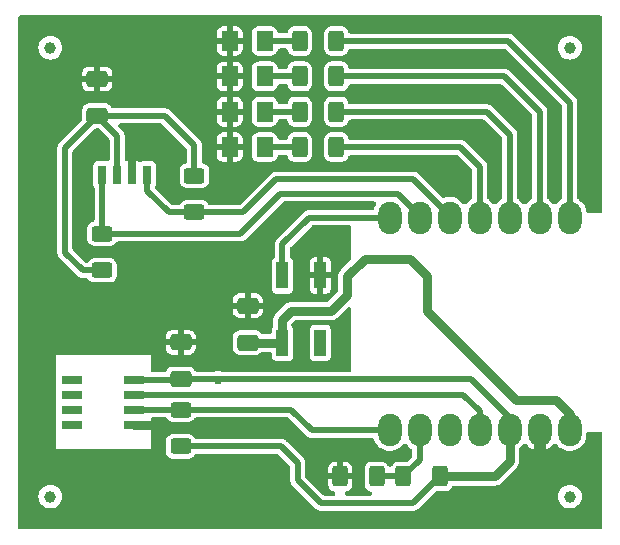
<source format=gbr>
%TF.GenerationSoftware,KiCad,Pcbnew,7.0.5*%
%TF.CreationDate,2023-10-11T12:47:35-04:00*%
%TF.ProjectId,Board_To_Be_Tested,426f6172-645f-4546-9f5f-42655f546573,rev?*%
%TF.SameCoordinates,Original*%
%TF.FileFunction,Copper,L1,Top*%
%TF.FilePolarity,Positive*%
%FSLAX46Y46*%
G04 Gerber Fmt 4.6, Leading zero omitted, Abs format (unit mm)*
G04 Created by KiCad (PCBNEW 7.0.5) date 2023-10-11 12:47:35*
%MOMM*%
%LPD*%
G01*
G04 APERTURE LIST*
G04 Aperture macros list*
%AMRoundRect*
0 Rectangle with rounded corners*
0 $1 Rounding radius*
0 $2 $3 $4 $5 $6 $7 $8 $9 X,Y pos of 4 corners*
0 Add a 4 corners polygon primitive as box body*
4,1,4,$2,$3,$4,$5,$6,$7,$8,$9,$2,$3,0*
0 Add four circle primitives for the rounded corners*
1,1,$1+$1,$2,$3*
1,1,$1+$1,$4,$5*
1,1,$1+$1,$6,$7*
1,1,$1+$1,$8,$9*
0 Add four rect primitives between the rounded corners*
20,1,$1+$1,$2,$3,$4,$5,0*
20,1,$1+$1,$4,$5,$6,$7,0*
20,1,$1+$1,$6,$7,$8,$9,0*
20,1,$1+$1,$8,$9,$2,$3,0*%
G04 Aperture macros list end*
%TA.AperFunction,SMDPad,CuDef*%
%ADD10C,1.000000*%
%TD*%
%TA.AperFunction,SMDPad,CuDef*%
%ADD11RoundRect,0.250000X0.625000X-0.400000X0.625000X0.400000X-0.625000X0.400000X-0.625000X-0.400000X0*%
%TD*%
%TA.AperFunction,SMDPad,CuDef*%
%ADD12RoundRect,0.250000X-0.400000X-0.625000X0.400000X-0.625000X0.400000X0.625000X-0.400000X0.625000X0*%
%TD*%
%TA.AperFunction,SMDPad,CuDef*%
%ADD13RoundRect,0.250001X-0.462499X-0.624999X0.462499X-0.624999X0.462499X0.624999X-0.462499X0.624999X0*%
%TD*%
%TA.AperFunction,SMDPad,CuDef*%
%ADD14RoundRect,0.250000X-0.650000X0.412500X-0.650000X-0.412500X0.650000X-0.412500X0.650000X0.412500X0*%
%TD*%
%TA.AperFunction,SMDPad,CuDef*%
%ADD15RoundRect,0.250000X0.650000X-0.412500X0.650000X0.412500X-0.650000X0.412500X-0.650000X-0.412500X0*%
%TD*%
%TA.AperFunction,SMDPad,CuDef*%
%ADD16R,1.000000X2.300000*%
%TD*%
%TA.AperFunction,SMDPad,CuDef*%
%ADD17R,1.800000X0.800000*%
%TD*%
%TA.AperFunction,SMDPad,CuDef*%
%ADD18RoundRect,1.000000X0.000000X0.375000X0.000000X-0.375000X0.000000X-0.375000X0.000000X0.375000X0*%
%TD*%
%TA.AperFunction,SMDPad,CuDef*%
%ADD19R,0.700000X1.600000*%
%TD*%
%TA.AperFunction,ViaPad*%
%ADD20C,0.762000*%
%TD*%
%TA.AperFunction,Conductor*%
%ADD21C,0.508000*%
%TD*%
%TA.AperFunction,Conductor*%
%ADD22C,1.016000*%
%TD*%
%TA.AperFunction,Conductor*%
%ADD23C,0.635000*%
%TD*%
%TA.AperFunction,Conductor*%
%ADD24C,0.762000*%
%TD*%
G04 APERTURE END LIST*
D10*
%TO.P,FID1,*%
%TO.N,*%
X128000000Y-67000000D03*
%TD*%
D11*
%TO.P,R7,1*%
%TO.N,+3V3*%
X139050000Y-100750000D03*
%TO.P,R7,2*%
%TO.N,/SHT_DATA*%
X139050000Y-97650000D03*
%TD*%
%TO.P,R8,1*%
%TO.N,+3V3*%
X132400000Y-85840000D03*
%TO.P,R8,2*%
%TO.N,/SCL*%
X132400000Y-82740000D03*
%TD*%
D12*
%TO.P,R5,1*%
%TO.N,GND*%
X152550000Y-103300000D03*
%TO.P,R5,2*%
%TO.N,/A0*%
X155650000Y-103300000D03*
%TD*%
D10*
%TO.P,FID2,*%
%TO.N,*%
X172000000Y-67000000D03*
%TD*%
D13*
%TO.P,D3,1,K*%
%TO.N,GND*%
X143195000Y-69420000D03*
%TO.P,D3,2,A*%
%TO.N,Net-(D3-A)*%
X146170000Y-69420000D03*
%TD*%
D12*
%TO.P,R1,1*%
%TO.N,Net-(D2-A)*%
X149132500Y-66420000D03*
%TO.P,R1,2*%
%TO.N,/LED1*%
X152232500Y-66420000D03*
%TD*%
D10*
%TO.P,FID4,*%
%TO.N,*%
X172000000Y-105000000D03*
%TD*%
D12*
%TO.P,R4,1*%
%TO.N,/A0*%
X157900000Y-103300000D03*
%TO.P,R4,2*%
%TO.N,+3V3*%
X161000000Y-103300000D03*
%TD*%
%TO.P,R2,1*%
%TO.N,Net-(D3-A)*%
X149132500Y-69420000D03*
%TO.P,R2,2*%
%TO.N,/LED2*%
X152232500Y-69420000D03*
%TD*%
D14*
%TO.P,C3,1*%
%TO.N,GND*%
X131970000Y-69635000D03*
%TO.P,C3,2*%
%TO.N,+3V3*%
X131970000Y-72760000D03*
%TD*%
D15*
%TO.P,C2,1*%
%TO.N,VBUS*%
X144730000Y-91962500D03*
%TO.P,C2,2*%
%TO.N,GND*%
X144730000Y-88837500D03*
%TD*%
D13*
%TO.P,D4,1,K*%
%TO.N,GND*%
X143195000Y-72420000D03*
%TO.P,D4,2,A*%
%TO.N,Net-(D4-A)*%
X146170000Y-72420000D03*
%TD*%
D12*
%TO.P,R6,1*%
%TO.N,Net-(D5-A)*%
X149132500Y-75420000D03*
%TO.P,R6,2*%
%TO.N,/LED4*%
X152232500Y-75420000D03*
%TD*%
D13*
%TO.P,D5,1,K*%
%TO.N,GND*%
X143195000Y-75420000D03*
%TO.P,D5,2,A*%
%TO.N,Net-(D5-A)*%
X146170000Y-75420000D03*
%TD*%
D16*
%TO.P,D1,1,VSS*%
%TO.N,GND*%
X150860000Y-86280000D03*
%TO.P,D1,2,DIN*%
%TO.N,/DIN*%
X147660000Y-86280000D03*
%TO.P,D1,3,VDD*%
%TO.N,VBUS*%
X147660000Y-91980000D03*
%TO.P,D1,4,DOUT*%
%TO.N,unconnected-(D1-DOUT-Pad4)*%
X150860000Y-91980000D03*
%TD*%
D17*
%TO.P,U1,1,GND*%
%TO.N,GND*%
X135090000Y-98905000D03*
%TO.P,U1,2,DATA*%
%TO.N,/SHT_DATA*%
X135090000Y-97635000D03*
%TO.P,U1,3,SCK*%
%TO.N,/SHT_CLK*%
X135090000Y-96365000D03*
%TO.P,U1,4,VDD*%
%TO.N,+3V3*%
X135090000Y-95095000D03*
%TO.P,U1,5*%
%TO.N,N/C*%
X129810000Y-95095000D03*
%TO.P,U1,6*%
X129810000Y-96365000D03*
%TO.P,U1,7*%
X129810000Y-97635000D03*
%TO.P,U1,8*%
X129810000Y-98905000D03*
%TD*%
D11*
%TO.P,R9,1*%
%TO.N,/SDA*%
X140210000Y-80930000D03*
%TO.P,R9,2*%
%TO.N,+3V3*%
X140210000Y-77830000D03*
%TD*%
D18*
%TO.P,U2,1,PA02_A0_D0*%
%TO.N,/LED1*%
X172000750Y-81384000D03*
%TO.P,U2,2,PA4_A1_D1*%
%TO.N,/LED2*%
X169460750Y-81384000D03*
%TO.P,U2,3,PA10_A2_D2*%
%TO.N,/LED3*%
X166920750Y-81384000D03*
%TO.P,U2,4,PA11_A3_D3*%
%TO.N,/LED4*%
X164380750Y-81384000D03*
%TO.P,U2,5,PA8_A4_D4_SDA*%
%TO.N,/SDA*%
X161840750Y-81384000D03*
%TO.P,U2,6,PA9_A5_D5_SCL*%
%TO.N,/SCL*%
X159300750Y-81384000D03*
%TO.P,U2,7,PB08_A6_D6_TX*%
%TO.N,/DIN*%
X156760750Y-81384000D03*
%TO.P,U2,8,PB09_A7_D7_RX*%
%TO.N,/SHT_DATA*%
X156760750Y-99384000D03*
%TO.P,U2,9,PA7_A8_D8_SCK*%
%TO.N,/A0*%
X159300750Y-99384000D03*
%TO.P,U2,10,PA5_A9_D9_MISO*%
%TO.N,unconnected-(U2-PA5_A9_D9_MISO-Pad10)*%
X161840750Y-99384000D03*
%TO.P,U2,11,PA6_A10_D10_MOSI*%
%TO.N,/SHT_CLK*%
X164380750Y-99384000D03*
%TO.P,U2,12,3V3*%
%TO.N,+3V3*%
X166920750Y-99384000D03*
%TO.P,U2,13,GND*%
%TO.N,GND*%
X169460750Y-99384000D03*
%TO.P,U2,14,5V*%
%TO.N,VBUS*%
X172000750Y-99384000D03*
%TD*%
D13*
%TO.P,D2,1,K*%
%TO.N,GND*%
X143195000Y-66420000D03*
%TO.P,D2,2,A*%
%TO.N,Net-(D2-A)*%
X146170000Y-66420000D03*
%TD*%
D10*
%TO.P,FID3,*%
%TO.N,*%
X128000000Y-105000000D03*
%TD*%
D15*
%TO.P,C1,1*%
%TO.N,+3V3*%
X139050000Y-95062500D03*
%TO.P,C1,2*%
%TO.N,GND*%
X139050000Y-91937500D03*
%TD*%
D19*
%TO.P,IC1,1,SCL*%
%TO.N,/SCL*%
X132390000Y-77800000D03*
%TO.P,IC1,2,VDD*%
%TO.N,+3V3*%
X133660000Y-77800000D03*
%TO.P,IC1,3,GND*%
%TO.N,GND*%
X134930000Y-77800000D03*
%TO.P,IC1,4,SDA*%
%TO.N,/SDA*%
X136200000Y-77800000D03*
%TD*%
D12*
%TO.P,R3,1*%
%TO.N,Net-(D4-A)*%
X149132500Y-72420000D03*
%TO.P,R3,2*%
%TO.N,/LED3*%
X152232500Y-72420000D03*
%TD*%
D20*
%TO.N,+3V3*%
X132400000Y-85840000D03*
X142200000Y-95100000D03*
%TD*%
D21*
%TO.N,+3V3*%
X140210000Y-75260000D02*
X140210000Y-77830000D01*
X137710000Y-72760000D02*
X140210000Y-75260000D01*
X131970000Y-72760000D02*
X137710000Y-72760000D01*
X133660000Y-74450000D02*
X133660000Y-77800000D01*
X131970000Y-72760000D02*
X133660000Y-74450000D01*
X129250000Y-75480000D02*
X131970000Y-72760000D01*
X129250000Y-76375000D02*
X129250000Y-75480000D01*
X129250000Y-84350000D02*
X129250000Y-76375000D01*
X130740000Y-85840000D02*
X129250000Y-84350000D01*
X132400000Y-85840000D02*
X130740000Y-85840000D01*
X142237500Y-95062500D02*
X163612500Y-95062500D01*
X142200000Y-95100000D02*
X142237500Y-95062500D01*
X142162500Y-95062500D02*
X142200000Y-95100000D01*
D22*
%TO.N,GND*%
X169460750Y-99384000D02*
X169460750Y-102339250D01*
D23*
X134930000Y-75620000D02*
X135580000Y-74970000D01*
D24*
X135090000Y-98905000D02*
X136905000Y-98905000D01*
D23*
X134930000Y-77800000D02*
X134930000Y-76410000D01*
X134930000Y-76410000D02*
X134930000Y-75620000D01*
D24*
%TO.N,VBUS*%
X144747500Y-91980000D02*
X144730000Y-91962500D01*
X167400000Y-96800000D02*
X159900000Y-89300000D01*
X147660000Y-91980000D02*
X144747500Y-91980000D01*
X172000750Y-98000750D02*
X170800000Y-96800000D01*
X159900000Y-89300000D02*
X159900000Y-86310000D01*
X172000750Y-99384000D02*
X172000750Y-98000750D01*
X159900000Y-86310000D02*
X158470000Y-84880000D01*
X154620000Y-84880000D02*
X153150000Y-86350000D01*
X147660000Y-90010000D02*
X147660000Y-91980000D01*
X151790000Y-89290000D02*
X148380000Y-89290000D01*
X148380000Y-89290000D02*
X147660000Y-90010000D01*
X158470000Y-84880000D02*
X154620000Y-84880000D01*
X170800000Y-96800000D02*
X167400000Y-96800000D01*
X153150000Y-87930000D02*
X151790000Y-89290000D01*
X153150000Y-86350000D02*
X153150000Y-87930000D01*
D21*
%TO.N,/DIN*%
X147660000Y-83650000D02*
X149926000Y-81384000D01*
X149926000Y-81384000D02*
X156760750Y-81384000D01*
X147660000Y-86280000D02*
X147660000Y-83650000D01*
%TO.N,Net-(D2-A)*%
X146170000Y-66420000D02*
X149132500Y-66420000D01*
%TO.N,Net-(D3-A)*%
X146170000Y-69420000D02*
X149132500Y-69420000D01*
%TO.N,Net-(D4-A)*%
X146170000Y-72420000D02*
X149132500Y-72420000D01*
%TO.N,Net-(D5-A)*%
X146170000Y-75420000D02*
X149132500Y-75420000D01*
%TO.N,/LED1*%
X166790000Y-66430000D02*
X152242500Y-66430000D01*
X172000750Y-71640750D02*
X166790000Y-66430000D01*
X152242500Y-66430000D02*
X152232500Y-66420000D01*
X172000750Y-81384000D02*
X172000750Y-71640750D01*
%TO.N,/LED2*%
X152242500Y-69430000D02*
X152232500Y-69420000D01*
X166460000Y-69430000D02*
X152242500Y-69430000D01*
X169460750Y-72430750D02*
X166460000Y-69430000D01*
X169460750Y-81384000D02*
X169460750Y-72430750D01*
%TO.N,/LED3*%
X164970000Y-72430000D02*
X152242500Y-72430000D01*
X152242500Y-72430000D02*
X152232500Y-72420000D01*
X166920750Y-81384000D02*
X166920750Y-74380750D01*
X166920750Y-74380750D02*
X164970000Y-72430000D01*
%TO.N,/A0*%
X155650000Y-103300000D02*
X157900000Y-103300000D01*
X157900000Y-103300000D02*
X159300750Y-101899250D01*
X159300750Y-101899250D02*
X159300750Y-99384000D01*
%TO.N,+3V3*%
X166920750Y-98370750D02*
X166920750Y-99384000D01*
D24*
X165650000Y-103300000D02*
X166920750Y-102029250D01*
D21*
X139050000Y-95062500D02*
X141810000Y-95062500D01*
X139050000Y-100750000D02*
X147550000Y-100750000D01*
X163612500Y-95062500D02*
X166920750Y-98370750D01*
X161000000Y-103300000D02*
X158750000Y-105550000D01*
X147550000Y-100750000D02*
X148950000Y-102150000D01*
X148950000Y-102150000D02*
X148950000Y-103600000D01*
X150900000Y-105550000D02*
X148950000Y-103600000D01*
D24*
X161037500Y-103337500D02*
X161000000Y-103300000D01*
D21*
X141810000Y-95062500D02*
X142162500Y-95062500D01*
X135090000Y-95095000D02*
X139017500Y-95095000D01*
D24*
X161000000Y-103300000D02*
X165650000Y-103300000D01*
D21*
X158750000Y-105550000D02*
X150900000Y-105550000D01*
X139017500Y-95095000D02*
X139050000Y-95062500D01*
D24*
X166920750Y-102029250D02*
X166920750Y-99384000D01*
D21*
%TO.N,/LED4*%
X162720000Y-75430000D02*
X152242500Y-75430000D01*
X164380750Y-81384000D02*
X164380750Y-77090750D01*
X152242500Y-75430000D02*
X152232500Y-75420000D01*
X164380750Y-77090750D02*
X162720000Y-75430000D01*
%TO.N,/SHT_DATA*%
X135090000Y-97635000D02*
X139035000Y-97635000D01*
X139035000Y-97635000D02*
X139050000Y-97650000D01*
X148400000Y-97650000D02*
X150134000Y-99384000D01*
X150134000Y-99384000D02*
X156760750Y-99384000D01*
X139050000Y-97650000D02*
X148400000Y-97650000D01*
%TO.N,/SHT_CLK*%
X164380750Y-97780750D02*
X164380750Y-99384000D01*
X162965000Y-96365000D02*
X164380750Y-97780750D01*
X135090000Y-96365000D02*
X162965000Y-96365000D01*
%TO.N,/SCL*%
X132400000Y-82740000D02*
X144110000Y-82740000D01*
X132400000Y-82740000D02*
X132400000Y-77810000D01*
X132400000Y-77810000D02*
X132390000Y-77800000D01*
X159300750Y-81236761D02*
X159300750Y-81384000D01*
X144110000Y-82740000D02*
X147480000Y-79370000D01*
X147480000Y-79370000D02*
X157433989Y-79370000D01*
X157433989Y-79370000D02*
X159300750Y-81236761D01*
%TO.N,/SDA*%
X158733989Y-78130000D02*
X161840750Y-81236761D01*
X138040000Y-80930000D02*
X140210000Y-80930000D01*
X144350000Y-80930000D02*
X147150000Y-78130000D01*
X140210000Y-80930000D02*
X144350000Y-80930000D01*
X136200000Y-79090000D02*
X138040000Y-80930000D01*
X147150000Y-78130000D02*
X158733989Y-78130000D01*
X161840750Y-81236761D02*
X161840750Y-81384000D01*
X136200000Y-77800000D02*
X136200000Y-79090000D01*
%TD*%
%TA.AperFunction,Conductor*%
%TO.N,GND*%
G36*
X174638221Y-64273266D02*
G01*
X174704157Y-64325849D01*
X174740749Y-64401832D01*
X174745500Y-64444000D01*
X174745500Y-80810500D01*
X174726734Y-80892721D01*
X174674151Y-80958657D01*
X174598168Y-80995249D01*
X174556000Y-81000000D01*
X173562471Y-81000000D01*
X173480250Y-80981234D01*
X173414314Y-80928651D01*
X173377722Y-80852668D01*
X173376419Y-80846483D01*
X173334791Y-80631243D01*
X173334790Y-80631242D01*
X173334789Y-80631233D01*
X173251757Y-80411213D01*
X173155114Y-80246525D01*
X173132736Y-80208390D01*
X173021830Y-80076849D01*
X172981150Y-80028600D01*
X172801359Y-79877014D01*
X172801358Y-79877013D01*
X172729839Y-79835043D01*
X172668425Y-79777244D01*
X172638171Y-79698522D01*
X172636250Y-79671607D01*
X172636250Y-71731830D01*
X172638329Y-71712993D01*
X172637336Y-71712900D01*
X172638458Y-71701028D01*
X172636297Y-71632281D01*
X172636250Y-71629304D01*
X172636250Y-71600768D01*
X172636250Y-71600767D01*
X172635553Y-71595256D01*
X172634854Y-71586362D01*
X172633414Y-71540547D01*
X172633414Y-71540545D01*
X172629131Y-71525805D01*
X172623101Y-71496689D01*
X172621177Y-71481451D01*
X172621175Y-71481447D01*
X172621174Y-71481442D01*
X172604301Y-71438828D01*
X172601407Y-71430376D01*
X172597074Y-71415463D01*
X172588619Y-71386357D01*
X172580800Y-71373136D01*
X172567718Y-71346431D01*
X172562069Y-71332162D01*
X172562067Y-71332159D01*
X172535120Y-71295069D01*
X172530217Y-71287604D01*
X172506885Y-71248153D01*
X172506884Y-71248151D01*
X172496020Y-71237287D01*
X172476713Y-71214680D01*
X172474252Y-71211293D01*
X172467692Y-71202263D01*
X172432375Y-71173046D01*
X172425768Y-71167035D01*
X168258733Y-67000000D01*
X170994659Y-67000000D01*
X171013976Y-67196136D01*
X171071185Y-67384727D01*
X171164088Y-67558535D01*
X171164090Y-67558538D01*
X171289117Y-67710883D01*
X171441462Y-67835910D01*
X171441464Y-67835911D01*
X171615272Y-67928814D01*
X171803863Y-67986023D01*
X171803865Y-67986023D01*
X171803868Y-67986024D01*
X172000000Y-68005341D01*
X172196132Y-67986024D01*
X172196134Y-67986023D01*
X172196136Y-67986023D01*
X172384727Y-67928814D01*
X172558538Y-67835910D01*
X172710883Y-67710883D01*
X172835910Y-67558538D01*
X172928814Y-67384727D01*
X172955247Y-67297589D01*
X172986023Y-67196136D01*
X172986023Y-67196134D01*
X172986024Y-67196132D01*
X173005341Y-67000000D01*
X172986024Y-66803868D01*
X172986023Y-66803865D01*
X172986023Y-66803863D01*
X172928814Y-66615272D01*
X172835911Y-66441464D01*
X172835910Y-66441462D01*
X172710883Y-66289117D01*
X172558538Y-66164090D01*
X172558536Y-66164089D01*
X172558535Y-66164088D01*
X172384727Y-66071185D01*
X172196136Y-66013976D01*
X172000000Y-65994659D01*
X171803863Y-66013976D01*
X171615272Y-66071185D01*
X171441464Y-66164088D01*
X171289120Y-66289114D01*
X171289114Y-66289120D01*
X171164088Y-66441464D01*
X171071185Y-66615272D01*
X171013976Y-66803863D01*
X170994659Y-67000000D01*
X168258733Y-67000000D01*
X167303768Y-66045035D01*
X167291921Y-66030244D01*
X167291151Y-66030882D01*
X167283554Y-66021699D01*
X167283553Y-66021697D01*
X167254760Y-65994659D01*
X167233403Y-65974603D01*
X167231265Y-65972531D01*
X167211092Y-65952359D01*
X167206713Y-65948962D01*
X167199922Y-65943162D01*
X167166503Y-65911780D01*
X167153051Y-65904385D01*
X167128201Y-65888062D01*
X167116066Y-65878649D01*
X167073993Y-65860443D01*
X167065973Y-65856514D01*
X167025803Y-65834431D01*
X167025802Y-65834430D01*
X167010927Y-65830611D01*
X166982803Y-65820982D01*
X166968712Y-65814884D01*
X166968701Y-65814881D01*
X166923431Y-65807711D01*
X166914687Y-65805901D01*
X166870282Y-65794500D01*
X166854931Y-65794500D01*
X166825287Y-65792167D01*
X166810119Y-65789764D01*
X166764482Y-65794079D01*
X166755560Y-65794500D01*
X153432246Y-65794500D01*
X153350025Y-65775734D01*
X153284089Y-65723151D01*
X153250271Y-65657871D01*
X153216668Y-65542208D01*
X153135449Y-65404873D01*
X153022627Y-65292051D01*
X152885292Y-65210832D01*
X152732074Y-65166318D01*
X152696270Y-65163500D01*
X151768730Y-65163500D01*
X151762365Y-65164001D01*
X151732926Y-65166318D01*
X151579705Y-65210833D01*
X151442375Y-65292049D01*
X151329549Y-65404875D01*
X151248333Y-65542205D01*
X151248332Y-65542207D01*
X151248332Y-65542208D01*
X151203818Y-65695426D01*
X151201000Y-65731230D01*
X151201000Y-67108770D01*
X151201759Y-67118410D01*
X151203818Y-67144573D01*
X151248333Y-67297794D01*
X151329548Y-67435123D01*
X151329551Y-67435127D01*
X151442373Y-67547949D01*
X151579708Y-67629168D01*
X151732926Y-67673682D01*
X151768730Y-67676500D01*
X151768731Y-67676500D01*
X152696269Y-67676500D01*
X152696270Y-67676500D01*
X152732074Y-67673682D01*
X152885292Y-67629168D01*
X153022627Y-67547949D01*
X153135449Y-67435127D01*
X153216668Y-67297792D01*
X153234204Y-67237430D01*
X153244461Y-67202130D01*
X153285421Y-67128410D01*
X153354312Y-67079762D01*
X153426436Y-67065500D01*
X166448274Y-67065500D01*
X166530495Y-67084266D01*
X166582271Y-67121003D01*
X171309747Y-71848478D01*
X171354616Y-71919887D01*
X171365250Y-71982475D01*
X171365250Y-79671607D01*
X171346484Y-79753828D01*
X171293901Y-79819764D01*
X171271661Y-79835043D01*
X171200140Y-79877014D01*
X171020353Y-80028597D01*
X171020352Y-80028598D01*
X171020350Y-80028600D01*
X170915607Y-80152832D01*
X170875628Y-80200250D01*
X170808281Y-80251013D01*
X170725579Y-80267528D01*
X170643900Y-80246525D01*
X170585872Y-80200250D01*
X170441150Y-80028600D01*
X170261359Y-79877014D01*
X170261357Y-79877013D01*
X170189839Y-79835043D01*
X170128425Y-79777244D01*
X170098171Y-79698522D01*
X170096250Y-79671607D01*
X170096250Y-72521830D01*
X170098329Y-72502993D01*
X170097336Y-72502900D01*
X170098458Y-72491028D01*
X170096297Y-72422281D01*
X170096250Y-72419304D01*
X170096250Y-72390768D01*
X170096250Y-72390767D01*
X170095553Y-72385256D01*
X170094854Y-72376362D01*
X170093414Y-72330547D01*
X170093414Y-72330545D01*
X170089131Y-72315805D01*
X170083101Y-72286689D01*
X170081177Y-72271451D01*
X170081175Y-72271447D01*
X170081174Y-72271442D01*
X170064301Y-72228828D01*
X170061407Y-72220376D01*
X170052195Y-72188666D01*
X170048619Y-72176357D01*
X170040800Y-72163136D01*
X170027718Y-72136431D01*
X170022069Y-72122162D01*
X170022067Y-72122159D01*
X169995120Y-72085069D01*
X169990217Y-72077604D01*
X169966885Y-72038153D01*
X169966884Y-72038151D01*
X169956020Y-72027287D01*
X169936713Y-72004680D01*
X169927691Y-71992262D01*
X169927690Y-71992261D01*
X169892375Y-71963046D01*
X169885768Y-71957035D01*
X166973768Y-69045035D01*
X166961921Y-69030244D01*
X166961151Y-69030882D01*
X166953554Y-69021699D01*
X166953553Y-69021697D01*
X166903403Y-68974603D01*
X166901265Y-68972531D01*
X166881092Y-68952359D01*
X166876713Y-68948962D01*
X166869922Y-68943162D01*
X166836503Y-68911780D01*
X166823051Y-68904385D01*
X166798201Y-68888062D01*
X166786066Y-68878649D01*
X166743993Y-68860443D01*
X166735973Y-68856514D01*
X166695803Y-68834431D01*
X166695802Y-68834430D01*
X166680927Y-68830611D01*
X166652803Y-68820982D01*
X166638712Y-68814884D01*
X166638701Y-68814881D01*
X166593431Y-68807711D01*
X166584687Y-68805901D01*
X166540282Y-68794500D01*
X166524931Y-68794500D01*
X166495287Y-68792167D01*
X166480119Y-68789764D01*
X166434482Y-68794079D01*
X166425560Y-68794500D01*
X153432246Y-68794500D01*
X153350025Y-68775734D01*
X153284089Y-68723151D01*
X153250271Y-68657871D01*
X153216668Y-68542208D01*
X153135449Y-68404873D01*
X153022627Y-68292051D01*
X152885292Y-68210832D01*
X152732074Y-68166318D01*
X152696270Y-68163500D01*
X151768730Y-68163500D01*
X151762365Y-68164001D01*
X151732926Y-68166318D01*
X151579705Y-68210833D01*
X151442375Y-68292049D01*
X151329549Y-68404875D01*
X151248333Y-68542205D01*
X151248332Y-68542207D01*
X151248332Y-68542208D01*
X151203818Y-68695426D01*
X151201000Y-68731230D01*
X151201000Y-70108770D01*
X151203818Y-70144574D01*
X151204522Y-70146998D01*
X151248333Y-70297794D01*
X151329548Y-70435123D01*
X151329551Y-70435127D01*
X151442373Y-70547949D01*
X151579708Y-70629168D01*
X151732926Y-70673682D01*
X151768730Y-70676500D01*
X151768731Y-70676500D01*
X152696269Y-70676500D01*
X152696270Y-70676500D01*
X152732074Y-70673682D01*
X152885292Y-70629168D01*
X153022627Y-70547949D01*
X153135449Y-70435127D01*
X153216668Y-70297792D01*
X153234204Y-70237430D01*
X153244461Y-70202130D01*
X153285421Y-70128410D01*
X153354312Y-70079762D01*
X153426436Y-70065500D01*
X166118274Y-70065500D01*
X166200495Y-70084266D01*
X166252271Y-70121003D01*
X168769747Y-72638479D01*
X168814616Y-72709888D01*
X168825250Y-72772476D01*
X168825250Y-79671607D01*
X168806484Y-79753828D01*
X168753901Y-79819764D01*
X168731661Y-79835043D01*
X168660140Y-79877014D01*
X168480353Y-80028597D01*
X168480352Y-80028598D01*
X168480350Y-80028600D01*
X168375607Y-80152832D01*
X168335628Y-80200250D01*
X168268281Y-80251013D01*
X168185579Y-80267528D01*
X168103900Y-80246525D01*
X168045872Y-80200250D01*
X167901150Y-80028600D01*
X167721359Y-79877014D01*
X167721357Y-79877013D01*
X167649839Y-79835043D01*
X167588425Y-79777244D01*
X167558171Y-79698522D01*
X167556250Y-79671607D01*
X167556250Y-74471830D01*
X167558329Y-74452993D01*
X167557336Y-74452900D01*
X167558456Y-74441037D01*
X167558458Y-74441031D01*
X167557031Y-74395623D01*
X167556297Y-74372235D01*
X167556250Y-74369260D01*
X167556250Y-74340769D01*
X167555557Y-74335285D01*
X167554855Y-74326372D01*
X167554212Y-74305923D01*
X167553415Y-74280545D01*
X167549129Y-74265796D01*
X167543101Y-74236683D01*
X167541177Y-74221451D01*
X167524298Y-74178820D01*
X167521410Y-74170385D01*
X167508619Y-74126357D01*
X167500801Y-74113137D01*
X167487719Y-74086433D01*
X167482069Y-74072162D01*
X167463459Y-74046547D01*
X167455119Y-74035068D01*
X167450220Y-74027610D01*
X167426884Y-73988152D01*
X167416029Y-73977297D01*
X167396718Y-73954686D01*
X167387692Y-73942263D01*
X167387690Y-73942261D01*
X167352369Y-73913041D01*
X167345762Y-73907030D01*
X166494232Y-73055500D01*
X165483764Y-72045031D01*
X165471924Y-72030241D01*
X165471151Y-72030882D01*
X165463554Y-72021699D01*
X165463553Y-72021697D01*
X165413403Y-71974603D01*
X165411265Y-71972531D01*
X165391092Y-71952359D01*
X165386713Y-71948962D01*
X165379922Y-71943162D01*
X165346503Y-71911780D01*
X165333051Y-71904385D01*
X165308201Y-71888062D01*
X165296066Y-71878649D01*
X165253993Y-71860443D01*
X165245973Y-71856514D01*
X165205803Y-71834431D01*
X165205802Y-71834430D01*
X165190927Y-71830611D01*
X165162803Y-71820982D01*
X165148712Y-71814884D01*
X165148701Y-71814881D01*
X165103431Y-71807711D01*
X165094687Y-71805901D01*
X165050282Y-71794500D01*
X165034931Y-71794500D01*
X165005287Y-71792167D01*
X164990119Y-71789764D01*
X164944482Y-71794079D01*
X164935560Y-71794500D01*
X153432246Y-71794500D01*
X153350025Y-71775734D01*
X153284089Y-71723151D01*
X153250271Y-71657871D01*
X153216668Y-71542208D01*
X153135449Y-71404873D01*
X153022627Y-71292051D01*
X153015107Y-71287604D01*
X152885294Y-71210833D01*
X152885293Y-71210832D01*
X152885292Y-71210832D01*
X152732074Y-71166318D01*
X152696270Y-71163500D01*
X151768730Y-71163500D01*
X151762365Y-71164001D01*
X151732926Y-71166318D01*
X151579705Y-71210833D01*
X151442375Y-71292049D01*
X151329549Y-71404875D01*
X151248333Y-71542205D01*
X151248332Y-71542207D01*
X151248332Y-71542208D01*
X151203818Y-71695426D01*
X151201000Y-71731230D01*
X151201000Y-73108770D01*
X151201759Y-73118410D01*
X151203818Y-73144573D01*
X151248333Y-73297794D01*
X151329548Y-73435123D01*
X151329551Y-73435127D01*
X151442373Y-73547949D01*
X151579708Y-73629168D01*
X151732926Y-73673682D01*
X151768730Y-73676500D01*
X151768731Y-73676500D01*
X152696269Y-73676500D01*
X152696270Y-73676500D01*
X152732074Y-73673682D01*
X152885292Y-73629168D01*
X153022627Y-73547949D01*
X153135449Y-73435127D01*
X153216668Y-73297792D01*
X153234204Y-73237430D01*
X153244461Y-73202130D01*
X153285421Y-73128410D01*
X153354312Y-73079762D01*
X153426436Y-73065500D01*
X164628274Y-73065500D01*
X164710495Y-73084266D01*
X164762271Y-73121003D01*
X166229747Y-74588479D01*
X166274616Y-74659888D01*
X166285250Y-74722476D01*
X166285250Y-79671607D01*
X166266484Y-79753828D01*
X166213901Y-79819764D01*
X166191661Y-79835043D01*
X166120140Y-79877014D01*
X165940353Y-80028597D01*
X165940352Y-80028598D01*
X165940350Y-80028600D01*
X165835607Y-80152832D01*
X165795628Y-80200250D01*
X165728281Y-80251013D01*
X165645579Y-80267528D01*
X165563900Y-80246525D01*
X165505872Y-80200250D01*
X165361150Y-80028600D01*
X165262982Y-79945832D01*
X165181361Y-79877015D01*
X165109839Y-79835044D01*
X165048425Y-79777245D01*
X165018170Y-79698523D01*
X165016249Y-79671607D01*
X165016249Y-78482792D01*
X165016249Y-77181821D01*
X165018336Y-77162994D01*
X165017336Y-77162900D01*
X165018456Y-77151037D01*
X165018458Y-77151031D01*
X165017209Y-77111284D01*
X165016297Y-77082235D01*
X165016250Y-77079260D01*
X165016250Y-77050769D01*
X165015557Y-77045285D01*
X165014855Y-77036372D01*
X165014626Y-77029090D01*
X165013415Y-76990545D01*
X165009129Y-76975796D01*
X165003101Y-76946683D01*
X165001177Y-76931451D01*
X164984298Y-76888820D01*
X164981410Y-76880385D01*
X164968619Y-76836357D01*
X164960801Y-76823137D01*
X164947719Y-76796433D01*
X164942069Y-76782162D01*
X164942067Y-76782159D01*
X164915120Y-76745069D01*
X164910217Y-76737604D01*
X164886885Y-76698153D01*
X164886884Y-76698151D01*
X164876020Y-76687287D01*
X164856713Y-76664680D01*
X164847691Y-76652262D01*
X164847690Y-76652261D01*
X164812375Y-76623046D01*
X164805768Y-76617035D01*
X163233768Y-75045035D01*
X163221921Y-75030244D01*
X163221151Y-75030882D01*
X163213554Y-75021699D01*
X163213553Y-75021697D01*
X163176015Y-74986447D01*
X163163403Y-74974603D01*
X163161265Y-74972531D01*
X163141092Y-74952359D01*
X163136713Y-74948962D01*
X163129922Y-74943162D01*
X163096503Y-74911780D01*
X163083051Y-74904385D01*
X163058201Y-74888062D01*
X163046066Y-74878649D01*
X163003993Y-74860443D01*
X162995973Y-74856514D01*
X162955803Y-74834431D01*
X162955802Y-74834430D01*
X162940927Y-74830611D01*
X162912803Y-74820982D01*
X162898712Y-74814884D01*
X162898701Y-74814881D01*
X162853431Y-74807711D01*
X162844687Y-74805901D01*
X162800282Y-74794500D01*
X162784931Y-74794500D01*
X162755287Y-74792167D01*
X162740119Y-74789764D01*
X162694482Y-74794079D01*
X162685560Y-74794500D01*
X153432246Y-74794500D01*
X153350025Y-74775734D01*
X153284089Y-74723151D01*
X153250271Y-74657871D01*
X153216668Y-74542208D01*
X153135449Y-74404873D01*
X153022627Y-74292051D01*
X153020344Y-74290701D01*
X152885294Y-74210833D01*
X152885293Y-74210832D01*
X152885292Y-74210832D01*
X152732074Y-74166318D01*
X152696270Y-74163500D01*
X151768730Y-74163500D01*
X151762365Y-74164001D01*
X151732926Y-74166318D01*
X151579705Y-74210833D01*
X151442375Y-74292049D01*
X151329549Y-74404875D01*
X151248333Y-74542205D01*
X151248332Y-74542207D01*
X151248332Y-74542208D01*
X151203818Y-74695426D01*
X151201000Y-74731230D01*
X151201000Y-76108770D01*
X151201759Y-76118410D01*
X151203818Y-76144573D01*
X151248333Y-76297794D01*
X151329548Y-76435123D01*
X151329551Y-76435127D01*
X151442373Y-76547949D01*
X151579708Y-76629168D01*
X151732926Y-76673682D01*
X151768730Y-76676500D01*
X151768731Y-76676500D01*
X152696269Y-76676500D01*
X152696270Y-76676500D01*
X152732074Y-76673682D01*
X152885292Y-76629168D01*
X153022627Y-76547949D01*
X153135449Y-76435127D01*
X153216668Y-76297792D01*
X153234204Y-76237430D01*
X153244461Y-76202130D01*
X153285421Y-76128410D01*
X153354312Y-76079762D01*
X153426436Y-76065500D01*
X162378274Y-76065500D01*
X162460495Y-76084266D01*
X162512271Y-76121003D01*
X163689747Y-77298479D01*
X163734616Y-77369888D01*
X163745250Y-77432476D01*
X163745250Y-79671607D01*
X163726484Y-79753828D01*
X163673901Y-79819764D01*
X163651661Y-79835043D01*
X163580140Y-79877014D01*
X163400353Y-80028597D01*
X163400352Y-80028598D01*
X163400350Y-80028600D01*
X163295607Y-80152832D01*
X163255628Y-80200250D01*
X163188281Y-80251013D01*
X163105579Y-80267528D01*
X163023900Y-80246525D01*
X162965872Y-80200250D01*
X162821150Y-80028600D01*
X162722982Y-79945832D01*
X162641359Y-79877013D01*
X162471342Y-79777244D01*
X162438537Y-79757993D01*
X162438535Y-79757992D01*
X162438533Y-79757991D01*
X162218521Y-79674962D01*
X162218506Y-79674958D01*
X161987640Y-79630308D01*
X161987624Y-79630306D01*
X161934794Y-79627500D01*
X161746724Y-79627500D01*
X161746680Y-79627502D01*
X161693875Y-79630305D01*
X161462993Y-79674958D01*
X161462978Y-79674962D01*
X161370276Y-79709947D01*
X161286725Y-79721420D01*
X161206470Y-79695504D01*
X161169371Y-79666649D01*
X159247757Y-77745035D01*
X159235910Y-77730244D01*
X159235140Y-77730882D01*
X159227543Y-77721699D01*
X159227542Y-77721697D01*
X159177392Y-77674603D01*
X159175254Y-77672531D01*
X159155081Y-77652359D01*
X159150702Y-77648962D01*
X159143911Y-77643162D01*
X159110492Y-77611780D01*
X159097040Y-77604385D01*
X159072190Y-77588062D01*
X159060055Y-77578649D01*
X159017982Y-77560443D01*
X159009962Y-77556514D01*
X158969792Y-77534431D01*
X158969791Y-77534430D01*
X158954916Y-77530611D01*
X158926792Y-77520982D01*
X158912701Y-77514884D01*
X158912690Y-77514881D01*
X158867420Y-77507711D01*
X158858676Y-77505901D01*
X158814271Y-77494500D01*
X158798920Y-77494500D01*
X158769276Y-77492167D01*
X158754108Y-77489764D01*
X158708471Y-77494079D01*
X158699549Y-77494500D01*
X147241086Y-77494500D01*
X147222245Y-77492420D01*
X147222152Y-77493413D01*
X147210279Y-77492290D01*
X147154115Y-77494056D01*
X147141484Y-77494453D01*
X147138523Y-77494500D01*
X147110007Y-77494500D01*
X147104508Y-77495195D01*
X147095614Y-77495894D01*
X147049797Y-77497334D01*
X147035035Y-77501622D01*
X147005941Y-77507646D01*
X146990711Y-77509570D01*
X146990693Y-77509575D01*
X146948072Y-77526449D01*
X146939627Y-77529340D01*
X146895613Y-77542128D01*
X146895603Y-77542132D01*
X146882380Y-77549952D01*
X146855695Y-77563024D01*
X146841417Y-77568677D01*
X146841414Y-77568679D01*
X146804316Y-77595630D01*
X146796859Y-77600528D01*
X146757403Y-77623864D01*
X146757396Y-77623870D01*
X146746543Y-77634723D01*
X146723940Y-77654029D01*
X146711511Y-77663059D01*
X146682287Y-77698383D01*
X146676278Y-77704986D01*
X144142270Y-80238997D01*
X144070861Y-80283866D01*
X144008273Y-80294500D01*
X141537484Y-80294500D01*
X141455263Y-80275734D01*
X141389327Y-80223151D01*
X141374373Y-80201463D01*
X141337950Y-80139875D01*
X141337949Y-80139873D01*
X141225127Y-80027051D01*
X141206667Y-80016134D01*
X141087794Y-79945833D01*
X141087793Y-79945832D01*
X141087792Y-79945832D01*
X140934574Y-79901318D01*
X140898770Y-79898500D01*
X139521230Y-79898500D01*
X139485425Y-79901318D01*
X139485426Y-79901318D01*
X139332205Y-79945833D01*
X139194875Y-80027049D01*
X139082049Y-80139875D01*
X139045627Y-80201463D01*
X138987620Y-80262681D01*
X138908796Y-80292669D01*
X138882516Y-80294500D01*
X138381726Y-80294500D01*
X138299505Y-80275734D01*
X138247729Y-80238997D01*
X136950172Y-78941439D01*
X136905303Y-78870030D01*
X136895861Y-78786225D01*
X136913925Y-78724213D01*
X136920694Y-78710365D01*
X136920695Y-78710364D01*
X136920695Y-78710362D01*
X136920696Y-78710361D01*
X136931500Y-78636206D01*
X136931500Y-76963794D01*
X136920696Y-76889639D01*
X136920695Y-76889637D01*
X136920695Y-76889635D01*
X136920694Y-76889634D01*
X136868153Y-76782162D01*
X136864776Y-76775254D01*
X136774746Y-76685224D01*
X136774742Y-76685222D01*
X136660365Y-76629305D01*
X136660364Y-76629304D01*
X136586212Y-76618500D01*
X136586206Y-76618500D01*
X135813794Y-76618500D01*
X135813787Y-76618500D01*
X135739636Y-76629304D01*
X135647658Y-76674270D01*
X135565549Y-76693522D01*
X135483219Y-76675241D01*
X135481202Y-76674270D01*
X135390218Y-76629791D01*
X135390215Y-76629790D01*
X135316164Y-76619000D01*
X134543832Y-76619000D01*
X134512321Y-76623592D01*
X134428253Y-76616876D01*
X134355425Y-76574349D01*
X134308261Y-76504435D01*
X134295500Y-76436072D01*
X134295500Y-74541085D01*
X134297580Y-74522245D01*
X134296587Y-74522152D01*
X134297709Y-74510279D01*
X134297257Y-74495911D01*
X134295546Y-74441483D01*
X134295500Y-74438522D01*
X134295500Y-74410020D01*
X134294889Y-74405188D01*
X134294806Y-74404531D01*
X134294105Y-74395623D01*
X134293370Y-74372235D01*
X134292665Y-74349795D01*
X134288379Y-74335046D01*
X134282351Y-74305933D01*
X134280427Y-74290701D01*
X134263548Y-74248070D01*
X134260660Y-74239635D01*
X134247869Y-74195607D01*
X134240051Y-74182387D01*
X134226969Y-74155683D01*
X134221319Y-74141412D01*
X134194369Y-74104318D01*
X134189470Y-74096860D01*
X134166134Y-74057402D01*
X134155279Y-74046547D01*
X134135968Y-74023936D01*
X134126942Y-74011513D01*
X134126940Y-74011511D01*
X134091619Y-73982291D01*
X134085012Y-73976280D01*
X133827729Y-73718997D01*
X133782860Y-73647588D01*
X133773418Y-73563783D01*
X133801272Y-73484180D01*
X133860906Y-73424546D01*
X133940509Y-73396692D01*
X133961726Y-73395500D01*
X137368274Y-73395500D01*
X137450495Y-73414266D01*
X137502271Y-73451003D01*
X139518997Y-75467729D01*
X139563866Y-75539138D01*
X139574500Y-75601726D01*
X139574500Y-76633159D01*
X139555734Y-76715380D01*
X139503151Y-76781316D01*
X139437869Y-76815134D01*
X139332208Y-76845831D01*
X139194875Y-76927049D01*
X139082049Y-77039875D01*
X139000833Y-77177205D01*
X139000832Y-77177207D01*
X139000832Y-77177208D01*
X138956318Y-77330426D01*
X138953500Y-77366230D01*
X138953500Y-78293770D01*
X138956318Y-78329574D01*
X139000832Y-78482792D01*
X139082051Y-78620127D01*
X139194873Y-78732949D01*
X139332208Y-78814168D01*
X139485426Y-78858682D01*
X139521230Y-78861500D01*
X139521231Y-78861500D01*
X140898769Y-78861500D01*
X140898770Y-78861500D01*
X140934574Y-78858682D01*
X141087792Y-78814168D01*
X141225127Y-78732949D01*
X141337949Y-78620127D01*
X141419168Y-78482792D01*
X141463682Y-78329574D01*
X141466500Y-78293770D01*
X141466500Y-77366230D01*
X141463682Y-77330426D01*
X141419168Y-77177208D01*
X141337949Y-77039873D01*
X141225127Y-76927051D01*
X141225124Y-76927049D01*
X141087791Y-76845831D01*
X140982131Y-76815134D01*
X140908410Y-76774174D01*
X140859762Y-76705284D01*
X140845500Y-76633159D01*
X140845500Y-76108722D01*
X142101500Y-76108722D01*
X142104315Y-76144497D01*
X142104316Y-76144500D01*
X142148792Y-76297588D01*
X142148793Y-76297589D01*
X142229945Y-76434811D01*
X142229947Y-76434814D01*
X142342685Y-76547552D01*
X142342688Y-76547554D01*
X142479910Y-76628706D01*
X142479911Y-76628707D01*
X142632999Y-76673183D01*
X142633002Y-76673184D01*
X142668777Y-76676000D01*
X142940999Y-76676000D01*
X142941000Y-76675999D01*
X143449000Y-76675999D01*
X143449001Y-76676000D01*
X143721223Y-76676000D01*
X143756997Y-76673184D01*
X143757000Y-76673183D01*
X143910088Y-76628707D01*
X143910089Y-76628706D01*
X144047311Y-76547554D01*
X144047314Y-76547552D01*
X144160052Y-76434814D01*
X144160054Y-76434811D01*
X144241206Y-76297589D01*
X144241207Y-76297588D01*
X144285683Y-76144500D01*
X144285684Y-76144497D01*
X144288496Y-76108768D01*
X145076000Y-76108768D01*
X145076001Y-76108776D01*
X145078816Y-76144564D01*
X145078817Y-76144570D01*
X145078818Y-76144573D01*
X145123332Y-76297792D01*
X145145346Y-76335016D01*
X145204549Y-76435123D01*
X145204550Y-76435124D01*
X145204552Y-76435127D01*
X145317373Y-76547948D01*
X145454708Y-76629168D01*
X145607927Y-76673682D01*
X145643731Y-76676500D01*
X146696268Y-76676499D01*
X146716295Y-76674923D01*
X146732064Y-76673683D01*
X146732067Y-76673682D01*
X146732073Y-76673682D01*
X146885292Y-76629168D01*
X147022627Y-76547948D01*
X147135448Y-76435127D01*
X147216668Y-76297792D01*
X147224820Y-76269731D01*
X147247366Y-76192131D01*
X147288326Y-76118410D01*
X147357216Y-76069762D01*
X147429341Y-76055500D01*
X147935659Y-76055500D01*
X148017880Y-76074266D01*
X148083816Y-76126849D01*
X148117634Y-76192131D01*
X148148331Y-76297791D01*
X148229549Y-76435124D01*
X148229551Y-76435127D01*
X148342373Y-76547949D01*
X148479708Y-76629168D01*
X148632926Y-76673682D01*
X148668730Y-76676500D01*
X148668731Y-76676500D01*
X149596269Y-76676500D01*
X149596270Y-76676500D01*
X149632074Y-76673682D01*
X149785292Y-76629168D01*
X149922627Y-76547949D01*
X150035449Y-76435127D01*
X150116668Y-76297792D01*
X150161182Y-76144574D01*
X150164000Y-76108770D01*
X150164000Y-74731230D01*
X150161182Y-74695426D01*
X150116668Y-74542208D01*
X150035449Y-74404873D01*
X149922627Y-74292051D01*
X149920344Y-74290701D01*
X149785294Y-74210833D01*
X149785293Y-74210832D01*
X149785292Y-74210832D01*
X149632074Y-74166318D01*
X149596270Y-74163500D01*
X148668730Y-74163500D01*
X148662365Y-74164001D01*
X148632926Y-74166318D01*
X148479705Y-74210833D01*
X148342375Y-74292049D01*
X148229549Y-74404875D01*
X148148331Y-74542208D01*
X148117634Y-74647869D01*
X148076674Y-74721590D01*
X148007784Y-74770238D01*
X147935659Y-74784500D01*
X147429340Y-74784500D01*
X147347119Y-74765734D01*
X147281183Y-74713151D01*
X147247365Y-74647869D01*
X147216668Y-74542208D01*
X147138490Y-74410017D01*
X147135450Y-74404876D01*
X147135449Y-74404875D01*
X147135448Y-74404873D01*
X147022627Y-74292052D01*
X147022624Y-74292050D01*
X147022623Y-74292049D01*
X146885294Y-74210833D01*
X146885293Y-74210832D01*
X146885292Y-74210832D01*
X146732073Y-74166318D01*
X146696269Y-74163500D01*
X146696267Y-74163500D01*
X145643731Y-74163500D01*
X145643723Y-74163501D01*
X145607935Y-74166316D01*
X145607929Y-74166317D01*
X145531317Y-74188575D01*
X145454708Y-74210832D01*
X145454706Y-74210832D01*
X145454706Y-74210833D01*
X145317376Y-74292049D01*
X145204549Y-74404876D01*
X145123333Y-74542205D01*
X145078818Y-74695426D01*
X145076000Y-74731232D01*
X145076000Y-76108768D01*
X144288496Y-76108768D01*
X144288500Y-76108722D01*
X144288500Y-75674001D01*
X144288499Y-75674000D01*
X143449001Y-75674000D01*
X143449000Y-75674001D01*
X143449000Y-76675999D01*
X142941000Y-76675999D01*
X142941000Y-75674001D01*
X142940999Y-75674000D01*
X142101501Y-75674000D01*
X142101500Y-75674001D01*
X142101500Y-76108722D01*
X140845500Y-76108722D01*
X140845500Y-75351085D01*
X140847580Y-75332245D01*
X140846587Y-75332152D01*
X140847709Y-75320279D01*
X140845547Y-75251499D01*
X140845500Y-75248522D01*
X140845500Y-75220020D01*
X140844807Y-75214536D01*
X140844105Y-75205623D01*
X140843796Y-75195823D01*
X140842860Y-75165999D01*
X142101500Y-75165999D01*
X142101501Y-75166000D01*
X142940999Y-75166000D01*
X142941000Y-75165999D01*
X143449000Y-75165999D01*
X143449001Y-75166000D01*
X144288499Y-75166000D01*
X144288500Y-75165999D01*
X144288500Y-74731277D01*
X144285684Y-74695502D01*
X144285683Y-74695499D01*
X144241207Y-74542411D01*
X144241206Y-74542410D01*
X144160054Y-74405188D01*
X144160052Y-74405185D01*
X144047314Y-74292447D01*
X144047311Y-74292445D01*
X143910089Y-74211293D01*
X143910088Y-74211292D01*
X143757000Y-74166816D01*
X143756997Y-74166815D01*
X143721223Y-74164000D01*
X143449001Y-74164000D01*
X143449000Y-74164001D01*
X143449000Y-75165999D01*
X142941000Y-75165999D01*
X142941000Y-74164001D01*
X142940999Y-74164000D01*
X142668777Y-74164000D01*
X142633002Y-74166815D01*
X142632999Y-74166816D01*
X142479911Y-74211292D01*
X142479910Y-74211293D01*
X142342688Y-74292445D01*
X142342685Y-74292447D01*
X142229947Y-74405185D01*
X142229945Y-74405188D01*
X142148793Y-74542410D01*
X142148792Y-74542411D01*
X142104316Y-74695499D01*
X142104315Y-74695502D01*
X142101500Y-74731277D01*
X142101500Y-75165999D01*
X140842860Y-75165999D01*
X140842665Y-75159795D01*
X140838379Y-75145046D01*
X140832351Y-75115933D01*
X140830427Y-75100701D01*
X140813548Y-75058070D01*
X140810660Y-75049635D01*
X140797869Y-75005607D01*
X140790051Y-74992387D01*
X140776969Y-74965683D01*
X140771319Y-74951412D01*
X140744369Y-74914318D01*
X140739470Y-74906860D01*
X140716134Y-74867402D01*
X140705279Y-74856547D01*
X140685968Y-74833936D01*
X140683242Y-74830184D01*
X140676942Y-74821513D01*
X140668928Y-74814883D01*
X140641614Y-74792286D01*
X140635009Y-74786276D01*
X138957455Y-73108722D01*
X142101500Y-73108722D01*
X142104315Y-73144497D01*
X142104316Y-73144500D01*
X142148792Y-73297588D01*
X142148793Y-73297589D01*
X142229945Y-73434811D01*
X142229947Y-73434814D01*
X142342685Y-73547552D01*
X142342688Y-73547554D01*
X142479910Y-73628706D01*
X142479911Y-73628707D01*
X142632999Y-73673183D01*
X142633002Y-73673184D01*
X142668777Y-73676000D01*
X142940999Y-73676000D01*
X142941000Y-73675999D01*
X142941000Y-73675998D01*
X143449000Y-73675998D01*
X143449001Y-73676000D01*
X143721223Y-73676000D01*
X143756997Y-73673184D01*
X143757000Y-73673183D01*
X143910088Y-73628707D01*
X143910089Y-73628706D01*
X144047311Y-73547554D01*
X144047314Y-73547552D01*
X144160052Y-73434814D01*
X144160054Y-73434811D01*
X144241206Y-73297589D01*
X144241207Y-73297588D01*
X144285683Y-73144500D01*
X144285684Y-73144497D01*
X144288496Y-73108768D01*
X145076000Y-73108768D01*
X145076001Y-73108776D01*
X145078816Y-73144564D01*
X145078817Y-73144570D01*
X145078818Y-73144573D01*
X145123332Y-73297792D01*
X145155149Y-73351592D01*
X145204549Y-73435123D01*
X145204550Y-73435124D01*
X145204552Y-73435127D01*
X145317373Y-73547948D01*
X145454708Y-73629168D01*
X145607927Y-73673682D01*
X145643731Y-73676500D01*
X146696268Y-73676499D01*
X146716295Y-73674923D01*
X146732064Y-73673683D01*
X146732067Y-73673682D01*
X146732073Y-73673682D01*
X146885292Y-73629168D01*
X147022627Y-73547948D01*
X147135448Y-73435127D01*
X147216668Y-73297792D01*
X147224820Y-73269731D01*
X147247366Y-73192131D01*
X147288326Y-73118410D01*
X147357216Y-73069762D01*
X147429341Y-73055500D01*
X147935659Y-73055500D01*
X148017880Y-73074266D01*
X148083816Y-73126849D01*
X148117634Y-73192131D01*
X148148331Y-73297791D01*
X148229549Y-73435124D01*
X148229551Y-73435127D01*
X148342373Y-73547949D01*
X148479708Y-73629168D01*
X148632926Y-73673682D01*
X148668730Y-73676500D01*
X148668731Y-73676500D01*
X149596269Y-73676500D01*
X149596270Y-73676500D01*
X149632074Y-73673682D01*
X149785292Y-73629168D01*
X149922627Y-73547949D01*
X150035449Y-73435127D01*
X150116668Y-73297792D01*
X150161182Y-73144574D01*
X150164000Y-73108770D01*
X150164000Y-71731230D01*
X150161182Y-71695426D01*
X150116668Y-71542208D01*
X150035449Y-71404873D01*
X149922627Y-71292051D01*
X149915107Y-71287604D01*
X149785294Y-71210833D01*
X149785293Y-71210832D01*
X149785292Y-71210832D01*
X149632074Y-71166318D01*
X149596270Y-71163500D01*
X148668730Y-71163500D01*
X148662365Y-71164001D01*
X148632926Y-71166318D01*
X148479705Y-71210833D01*
X148342375Y-71292049D01*
X148229549Y-71404875D01*
X148148331Y-71542208D01*
X148117634Y-71647869D01*
X148076674Y-71721590D01*
X148007784Y-71770238D01*
X147935659Y-71784500D01*
X147429340Y-71784500D01*
X147347119Y-71765734D01*
X147281183Y-71713151D01*
X147247365Y-71647869D01*
X147216668Y-71542208D01*
X147153069Y-71434669D01*
X147135450Y-71404876D01*
X147135449Y-71404875D01*
X147135448Y-71404873D01*
X147022627Y-71292052D01*
X147022624Y-71292050D01*
X147022623Y-71292049D01*
X146885294Y-71210833D01*
X146885293Y-71210832D01*
X146885292Y-71210832D01*
X146732073Y-71166318D01*
X146696269Y-71163500D01*
X146696267Y-71163500D01*
X145643731Y-71163500D01*
X145643723Y-71163501D01*
X145607935Y-71166316D01*
X145607929Y-71166317D01*
X145531317Y-71188575D01*
X145454708Y-71210832D01*
X145454706Y-71210832D01*
X145454706Y-71210833D01*
X145317376Y-71292049D01*
X145204549Y-71404876D01*
X145123333Y-71542205D01*
X145078818Y-71695426D01*
X145076000Y-71731232D01*
X145076000Y-73108768D01*
X144288496Y-73108768D01*
X144288500Y-73108722D01*
X144288500Y-72674001D01*
X144288499Y-72674000D01*
X143449001Y-72674000D01*
X143449000Y-72674001D01*
X143449000Y-73675998D01*
X142941000Y-73675998D01*
X142941000Y-72674001D01*
X142940999Y-72674000D01*
X142101501Y-72674000D01*
X142101500Y-72674001D01*
X142101500Y-73108722D01*
X138957455Y-73108722D01*
X138223768Y-72375035D01*
X138211921Y-72360244D01*
X138211151Y-72360882D01*
X138203554Y-72351699D01*
X138203553Y-72351697D01*
X138181030Y-72330547D01*
X138153403Y-72304603D01*
X138151265Y-72302531D01*
X138131092Y-72282359D01*
X138126713Y-72278962D01*
X138119922Y-72273162D01*
X138086503Y-72241780D01*
X138073051Y-72234385D01*
X138048201Y-72218062D01*
X138036066Y-72208649D01*
X137993993Y-72190443D01*
X137985973Y-72186514D01*
X137948655Y-72165999D01*
X142101500Y-72165999D01*
X142101501Y-72166000D01*
X142940999Y-72166000D01*
X142941000Y-72165999D01*
X143449000Y-72165999D01*
X143449001Y-72166000D01*
X144288499Y-72166000D01*
X144288500Y-72165998D01*
X144288500Y-71731277D01*
X144285684Y-71695502D01*
X144285683Y-71695499D01*
X144241207Y-71542411D01*
X144241206Y-71542410D01*
X144160054Y-71405188D01*
X144160052Y-71405185D01*
X144047314Y-71292447D01*
X144047311Y-71292445D01*
X143910089Y-71211293D01*
X143910088Y-71211292D01*
X143757000Y-71166816D01*
X143756997Y-71166815D01*
X143721223Y-71164000D01*
X143449001Y-71164000D01*
X143449000Y-71164001D01*
X143449000Y-72165999D01*
X142941000Y-72165999D01*
X142941000Y-72165998D01*
X142941000Y-71164001D01*
X142940999Y-71164000D01*
X142668777Y-71164000D01*
X142633002Y-71166815D01*
X142632999Y-71166816D01*
X142479911Y-71211292D01*
X142479910Y-71211293D01*
X142342688Y-71292445D01*
X142342685Y-71292447D01*
X142229947Y-71405185D01*
X142229945Y-71405188D01*
X142148793Y-71542410D01*
X142148792Y-71542411D01*
X142104316Y-71695499D01*
X142104315Y-71695502D01*
X142101500Y-71731277D01*
X142101500Y-72165999D01*
X137948655Y-72165999D01*
X137945803Y-72164431D01*
X137945802Y-72164430D01*
X137930927Y-72160611D01*
X137902803Y-72150982D01*
X137888712Y-72144884D01*
X137888701Y-72144881D01*
X137843431Y-72137711D01*
X137834687Y-72135901D01*
X137790282Y-72124500D01*
X137774931Y-72124500D01*
X137745287Y-72122167D01*
X137730119Y-72119764D01*
X137684482Y-72124079D01*
X137675560Y-72124500D01*
X133329876Y-72124500D01*
X133247655Y-72105734D01*
X133181719Y-72053151D01*
X133166765Y-72031462D01*
X133122952Y-71957377D01*
X133122950Y-71957375D01*
X133122949Y-71957373D01*
X133010127Y-71844551D01*
X132993013Y-71834430D01*
X132872794Y-71763333D01*
X132872793Y-71763332D01*
X132872792Y-71763332D01*
X132719574Y-71718818D01*
X132683770Y-71716000D01*
X131256230Y-71716000D01*
X131220426Y-71718818D01*
X131175639Y-71731830D01*
X131067205Y-71763333D01*
X130929875Y-71844549D01*
X130817049Y-71957375D01*
X130735833Y-72094705D01*
X130735832Y-72094707D01*
X130735832Y-72094708D01*
X130695252Y-72234385D01*
X130691318Y-72247926D01*
X130688500Y-72283731D01*
X130688500Y-73064272D01*
X130669734Y-73146493D01*
X130632997Y-73198269D01*
X128865032Y-74966233D01*
X128850248Y-74978083D01*
X128850881Y-74978848D01*
X128841697Y-74986446D01*
X128794604Y-75036595D01*
X128792537Y-75038727D01*
X128772368Y-75058897D01*
X128772349Y-75058919D01*
X128768953Y-75063297D01*
X128763165Y-75070073D01*
X128731783Y-75103493D01*
X128731777Y-75103501D01*
X128724382Y-75116953D01*
X128708066Y-75141792D01*
X128698650Y-75153931D01*
X128680442Y-75196007D01*
X128676515Y-75204024D01*
X128654431Y-75244195D01*
X128650612Y-75259069D01*
X128640985Y-75287189D01*
X128634883Y-75301291D01*
X128627711Y-75346569D01*
X128625900Y-75355313D01*
X128614499Y-75399716D01*
X128614500Y-75415069D01*
X128612167Y-75444712D01*
X128609764Y-75459878D01*
X128614079Y-75505517D01*
X128614500Y-75514439D01*
X128614500Y-84258922D01*
X128612422Y-84277761D01*
X128613414Y-84277855D01*
X128612292Y-84289720D01*
X128614453Y-84358512D01*
X128614500Y-84361488D01*
X128614500Y-84389984D01*
X128615195Y-84395493D01*
X128615894Y-84404384D01*
X128617334Y-84450201D01*
X128621620Y-84464955D01*
X128627647Y-84494059D01*
X128629572Y-84509299D01*
X128629573Y-84509302D01*
X128646447Y-84551922D01*
X128649339Y-84560368D01*
X128662128Y-84604388D01*
X128662129Y-84604389D01*
X128669948Y-84617611D01*
X128683025Y-84644305D01*
X128688680Y-84658586D01*
X128688680Y-84658587D01*
X128688681Y-84658588D01*
X128715640Y-84695694D01*
X128720532Y-84703143D01*
X128743863Y-84742594D01*
X128743866Y-84742598D01*
X128754720Y-84753452D01*
X128774032Y-84776064D01*
X128783055Y-84788483D01*
X128783060Y-84788489D01*
X128818380Y-84817708D01*
X128824987Y-84823719D01*
X130226227Y-86224959D01*
X130238074Y-86239745D01*
X130238842Y-86239111D01*
X130246445Y-86248300D01*
X130246447Y-86248303D01*
X130283493Y-86283091D01*
X130296612Y-86295411D01*
X130298748Y-86297481D01*
X130305036Y-86303768D01*
X130318906Y-86317638D01*
X130318909Y-86317640D01*
X130323281Y-86321032D01*
X130330072Y-86326832D01*
X130363495Y-86358218D01*
X130363498Y-86358220D01*
X130376949Y-86365615D01*
X130401797Y-86381936D01*
X130413931Y-86391348D01*
X130413937Y-86391351D01*
X130456002Y-86409554D01*
X130464008Y-86413475D01*
X130504197Y-86435569D01*
X130504201Y-86435570D01*
X130519068Y-86439388D01*
X130547199Y-86449019D01*
X130561290Y-86455116D01*
X130561292Y-86455117D01*
X130606578Y-86462288D01*
X130615311Y-86464097D01*
X130659718Y-86475500D01*
X130675069Y-86475500D01*
X130704713Y-86477833D01*
X130706187Y-86478066D01*
X130719879Y-86480235D01*
X130756458Y-86476777D01*
X130765518Y-86475921D01*
X130774440Y-86475500D01*
X131072516Y-86475500D01*
X131154737Y-86494266D01*
X131220673Y-86546849D01*
X131235627Y-86568537D01*
X131272051Y-86630127D01*
X131384873Y-86742949D01*
X131522208Y-86824168D01*
X131675426Y-86868682D01*
X131711230Y-86871500D01*
X131711231Y-86871500D01*
X133088769Y-86871500D01*
X133088770Y-86871500D01*
X133124574Y-86868682D01*
X133277792Y-86824168D01*
X133415127Y-86742949D01*
X133527949Y-86630127D01*
X133609168Y-86492792D01*
X133653682Y-86339574D01*
X133656500Y-86303770D01*
X133656500Y-85376230D01*
X133653682Y-85340426D01*
X133609168Y-85187208D01*
X133527949Y-85049873D01*
X133415127Y-84937051D01*
X133389105Y-84921662D01*
X133277794Y-84855833D01*
X133277793Y-84855832D01*
X133277792Y-84855832D01*
X133124574Y-84811318D01*
X133088770Y-84808500D01*
X131711230Y-84808500D01*
X131675426Y-84811318D01*
X131643612Y-84820561D01*
X131522205Y-84855833D01*
X131384875Y-84937049D01*
X131272049Y-85049875D01*
X131239050Y-85105675D01*
X131181043Y-85166893D01*
X131102219Y-85196881D01*
X131018190Y-85189698D01*
X130945599Y-85146768D01*
X130941942Y-85143209D01*
X129941003Y-84142270D01*
X129896134Y-84070861D01*
X129885500Y-84008273D01*
X129885500Y-76335016D01*
X129885500Y-76079762D01*
X129885499Y-75821724D01*
X129904265Y-75739504D01*
X129940999Y-75687731D01*
X131769229Y-73859503D01*
X131840639Y-73814634D01*
X131903227Y-73804000D01*
X132036774Y-73804000D01*
X132118995Y-73822766D01*
X132170771Y-73859503D01*
X132968997Y-74657729D01*
X133013866Y-74729138D01*
X133024500Y-74791726D01*
X133024499Y-76435565D01*
X133005733Y-76517786D01*
X132953150Y-76583722D01*
X132877167Y-76620314D01*
X132807678Y-76623085D01*
X132776215Y-76618501D01*
X132776210Y-76618500D01*
X132776206Y-76618500D01*
X132003794Y-76618500D01*
X132003787Y-76618500D01*
X131929635Y-76629304D01*
X131929634Y-76629305D01*
X131815257Y-76685222D01*
X131815252Y-76685225D01*
X131725225Y-76775252D01*
X131725222Y-76775257D01*
X131669305Y-76889634D01*
X131669304Y-76889635D01*
X131658500Y-76963787D01*
X131658500Y-78636212D01*
X131669304Y-78710364D01*
X131669305Y-78710365D01*
X131725224Y-78824747D01*
X131729226Y-78830352D01*
X131761729Y-78908172D01*
X131764500Y-78940463D01*
X131764500Y-81543159D01*
X131745734Y-81625380D01*
X131693151Y-81691316D01*
X131627869Y-81725134D01*
X131522208Y-81755831D01*
X131384875Y-81837049D01*
X131272049Y-81949875D01*
X131190833Y-82087205D01*
X131190832Y-82087207D01*
X131190832Y-82087208D01*
X131146318Y-82240426D01*
X131143500Y-82276230D01*
X131143500Y-83203770D01*
X131146318Y-83239574D01*
X131186449Y-83377707D01*
X131190833Y-83392794D01*
X131203489Y-83414195D01*
X131272051Y-83530127D01*
X131384873Y-83642949D01*
X131522208Y-83724168D01*
X131675426Y-83768682D01*
X131711230Y-83771500D01*
X131711231Y-83771500D01*
X133088769Y-83771500D01*
X133088770Y-83771500D01*
X133124574Y-83768682D01*
X133277792Y-83724168D01*
X133415127Y-83642949D01*
X133527949Y-83530127D01*
X133564372Y-83468537D01*
X133622380Y-83407319D01*
X133701204Y-83377331D01*
X133727484Y-83375500D01*
X144018920Y-83375500D01*
X144037756Y-83377579D01*
X144037850Y-83376586D01*
X144049713Y-83377706D01*
X144049719Y-83377708D01*
X144089966Y-83376443D01*
X144118514Y-83375547D01*
X144121489Y-83375500D01*
X144149982Y-83375500D01*
X144149983Y-83375500D01*
X144155469Y-83374806D01*
X144164379Y-83374105D01*
X144173749Y-83373810D01*
X144210205Y-83372665D01*
X144224942Y-83368383D01*
X144254064Y-83362351D01*
X144269299Y-83360427D01*
X144311924Y-83343549D01*
X144320355Y-83340663D01*
X144364393Y-83327869D01*
X144377604Y-83320055D01*
X144404319Y-83306968D01*
X144418588Y-83301319D01*
X144455687Y-83274363D01*
X144463141Y-83269467D01*
X144502598Y-83246134D01*
X144513455Y-83235276D01*
X144536060Y-83215970D01*
X144548487Y-83206942D01*
X144577715Y-83171610D01*
X144583721Y-83165010D01*
X147687730Y-80061003D01*
X147759139Y-80016134D01*
X147821727Y-80005500D01*
X155416903Y-80005500D01*
X155499124Y-80024266D01*
X155565060Y-80076849D01*
X155601652Y-80152832D01*
X155601652Y-80237168D01*
X155580341Y-80290908D01*
X155509740Y-80411218D01*
X155428721Y-80625908D01*
X155382133Y-80696207D01*
X155309657Y-80739331D01*
X155251426Y-80748500D01*
X150017086Y-80748500D01*
X149998245Y-80746420D01*
X149998152Y-80747413D01*
X149986279Y-80746290D01*
X149930115Y-80748056D01*
X149917484Y-80748453D01*
X149914523Y-80748500D01*
X149886007Y-80748500D01*
X149880508Y-80749195D01*
X149871614Y-80749894D01*
X149825797Y-80751334D01*
X149811035Y-80755622D01*
X149781941Y-80761646D01*
X149766711Y-80763570D01*
X149766693Y-80763575D01*
X149724072Y-80780449D01*
X149715627Y-80783340D01*
X149671613Y-80796128D01*
X149671603Y-80796132D01*
X149658380Y-80803952D01*
X149631695Y-80817024D01*
X149617417Y-80822677D01*
X149617414Y-80822679D01*
X149580316Y-80849630D01*
X149572859Y-80854528D01*
X149533403Y-80877864D01*
X149533398Y-80877868D01*
X149522538Y-80888728D01*
X149499944Y-80908025D01*
X149487514Y-80917057D01*
X149487509Y-80917061D01*
X149458291Y-80952380D01*
X149452281Y-80958985D01*
X147275032Y-83136233D01*
X147260248Y-83148083D01*
X147260881Y-83148848D01*
X147251697Y-83156446D01*
X147204604Y-83206595D01*
X147202537Y-83208727D01*
X147182368Y-83228897D01*
X147182349Y-83228919D01*
X147178953Y-83233297D01*
X147173165Y-83240073D01*
X147141783Y-83273493D01*
X147141777Y-83273501D01*
X147134382Y-83286953D01*
X147118066Y-83311792D01*
X147108650Y-83323931D01*
X147090442Y-83366007D01*
X147086515Y-83374024D01*
X147064431Y-83414195D01*
X147060612Y-83429069D01*
X147050985Y-83457189D01*
X147044883Y-83471291D01*
X147037711Y-83516569D01*
X147035900Y-83525313D01*
X147024500Y-83569716D01*
X147024500Y-83585069D01*
X147022167Y-83614712D01*
X147019764Y-83629878D01*
X147024079Y-83675517D01*
X147024500Y-83684439D01*
X147024500Y-84653959D01*
X147005734Y-84736180D01*
X146953151Y-84802116D01*
X146945116Y-84808182D01*
X146935255Y-84815222D01*
X146845225Y-84905252D01*
X146845222Y-84905257D01*
X146789305Y-85019634D01*
X146789304Y-85019635D01*
X146778500Y-85093787D01*
X146778500Y-87466212D01*
X146789304Y-87540364D01*
X146789305Y-87540365D01*
X146845077Y-87654445D01*
X146845224Y-87654746D01*
X146935254Y-87744776D01*
X146993842Y-87773418D01*
X147049634Y-87800694D01*
X147049635Y-87800695D01*
X147049637Y-87800695D01*
X147049639Y-87800696D01*
X147123794Y-87811500D01*
X147123799Y-87811500D01*
X148196201Y-87811500D01*
X148196206Y-87811500D01*
X148270361Y-87800696D01*
X148270362Y-87800695D01*
X148270364Y-87800695D01*
X148270365Y-87800694D01*
X148271359Y-87800208D01*
X148384746Y-87744776D01*
X148474776Y-87654746D01*
X148530696Y-87540361D01*
X148541500Y-87466206D01*
X148541500Y-87466164D01*
X149979000Y-87466164D01*
X149989790Y-87540215D01*
X149989791Y-87540221D01*
X150045632Y-87654445D01*
X150045634Y-87654448D01*
X150135551Y-87744365D01*
X150135554Y-87744367D01*
X150249778Y-87800208D01*
X150249784Y-87800209D01*
X150323835Y-87810999D01*
X150323845Y-87811000D01*
X150605999Y-87811000D01*
X150606000Y-87810999D01*
X150606000Y-86534001D01*
X150605999Y-86534000D01*
X151114000Y-86534000D01*
X151114000Y-87810999D01*
X151114001Y-87811000D01*
X151396155Y-87811000D01*
X151396164Y-87810999D01*
X151470215Y-87800209D01*
X151470221Y-87800208D01*
X151584445Y-87744367D01*
X151584448Y-87744365D01*
X151674365Y-87654448D01*
X151674367Y-87654445D01*
X151730208Y-87540221D01*
X151730209Y-87540215D01*
X151740999Y-87466164D01*
X151741000Y-87466154D01*
X151741000Y-86534001D01*
X151740999Y-86534000D01*
X151114000Y-86534000D01*
X150605999Y-86534000D01*
X149979001Y-86534000D01*
X149979000Y-86534001D01*
X149979000Y-87466164D01*
X148541500Y-87466164D01*
X148541500Y-86025999D01*
X149979000Y-86025999D01*
X149979001Y-86026000D01*
X150605999Y-86026000D01*
X150606000Y-86025999D01*
X151114000Y-86025999D01*
X151114001Y-86026000D01*
X151740999Y-86026000D01*
X151741000Y-86025999D01*
X151741000Y-85093845D01*
X151740999Y-85093835D01*
X151730209Y-85019784D01*
X151730208Y-85019778D01*
X151674367Y-84905554D01*
X151674365Y-84905551D01*
X151584448Y-84815634D01*
X151584445Y-84815632D01*
X151470221Y-84759791D01*
X151470215Y-84759790D01*
X151396164Y-84749000D01*
X151114001Y-84749000D01*
X151114000Y-84749001D01*
X151114000Y-86025999D01*
X150606000Y-86025999D01*
X150606000Y-86025998D01*
X150606000Y-84749001D01*
X150605999Y-84749000D01*
X150323835Y-84749000D01*
X150249784Y-84759790D01*
X150249778Y-84759791D01*
X150135554Y-84815632D01*
X150135551Y-84815634D01*
X150045634Y-84905551D01*
X150045632Y-84905554D01*
X149989791Y-85019778D01*
X149989790Y-85019784D01*
X149979000Y-85093835D01*
X149979000Y-86025999D01*
X148541500Y-86025999D01*
X148541500Y-85093794D01*
X148530696Y-85019639D01*
X148530695Y-85019637D01*
X148530695Y-85019635D01*
X148530694Y-85019634D01*
X148482797Y-84921662D01*
X148474776Y-84905254D01*
X148384746Y-84815224D01*
X148384744Y-84815222D01*
X148374884Y-84808182D01*
X148318874Y-84745132D01*
X148295767Y-84664024D01*
X148295500Y-84653959D01*
X148295500Y-83991726D01*
X148314266Y-83909505D01*
X148351003Y-83857729D01*
X150133730Y-82075003D01*
X150205139Y-82030134D01*
X150267727Y-82019500D01*
X153310500Y-82019500D01*
X153392721Y-82038266D01*
X153458657Y-82090849D01*
X153495249Y-82166832D01*
X153500000Y-82209000D01*
X153500000Y-84843167D01*
X153481234Y-84925388D01*
X153444497Y-84977164D01*
X152659869Y-85761791D01*
X152639039Y-85779792D01*
X152623184Y-85791595D01*
X152623176Y-85791604D01*
X152589946Y-85831205D01*
X152584365Y-85837296D01*
X152579428Y-85842232D01*
X152559603Y-85867305D01*
X152557865Y-85869437D01*
X152508606Y-85928143D01*
X152502540Y-85937367D01*
X152501985Y-85937002D01*
X152501836Y-85937236D01*
X152502400Y-85937584D01*
X152496607Y-85946975D01*
X152464211Y-86016447D01*
X152463011Y-86018927D01*
X152428604Y-86087435D01*
X152424832Y-86097802D01*
X152424208Y-86097575D01*
X152424115Y-86097841D01*
X152424747Y-86098051D01*
X152421273Y-86108533D01*
X152405772Y-86183602D01*
X152405176Y-86186290D01*
X152387499Y-86260880D01*
X152386219Y-86271835D01*
X152385557Y-86271757D01*
X152385528Y-86272038D01*
X152386193Y-86272097D01*
X152385231Y-86283091D01*
X152387460Y-86359702D01*
X152387500Y-86362458D01*
X152387500Y-87535668D01*
X152368734Y-87617889D01*
X152331997Y-87669665D01*
X151529665Y-88471997D01*
X151458256Y-88516866D01*
X151395668Y-88527500D01*
X148449359Y-88527500D01*
X148421893Y-88525499D01*
X148419028Y-88525079D01*
X148402327Y-88522632D01*
X148350822Y-88527139D01*
X148342560Y-88527500D01*
X148335588Y-88527500D01*
X148332401Y-88527872D01*
X148303889Y-88531203D01*
X148301156Y-88531483D01*
X148224762Y-88538168D01*
X148213957Y-88540399D01*
X148213823Y-88539753D01*
X148213538Y-88539816D01*
X148213690Y-88540458D01*
X148202955Y-88543002D01*
X148130919Y-88569220D01*
X148128320Y-88570123D01*
X148055563Y-88594234D01*
X148055560Y-88594235D01*
X148055557Y-88594236D01*
X148045561Y-88598898D01*
X148045281Y-88598299D01*
X148045023Y-88598424D01*
X148045320Y-88599015D01*
X148035457Y-88603968D01*
X147971404Y-88646095D01*
X147969082Y-88647575D01*
X147903850Y-88687810D01*
X147895194Y-88694655D01*
X147894783Y-88694136D01*
X147894563Y-88694315D01*
X147894989Y-88694823D01*
X147886537Y-88701914D01*
X147833950Y-88757653D01*
X147832031Y-88759629D01*
X147169869Y-89421791D01*
X147149039Y-89439792D01*
X147133184Y-89451595D01*
X147133176Y-89451604D01*
X147099946Y-89491205D01*
X147094365Y-89497296D01*
X147089428Y-89502232D01*
X147069603Y-89527305D01*
X147067865Y-89529437D01*
X147018606Y-89588143D01*
X147012540Y-89597367D01*
X147011985Y-89597002D01*
X147011836Y-89597236D01*
X147012400Y-89597584D01*
X147006607Y-89606975D01*
X146974211Y-89676447D01*
X146973011Y-89678927D01*
X146938604Y-89747435D01*
X146934832Y-89757802D01*
X146934208Y-89757575D01*
X146934115Y-89757841D01*
X146934747Y-89758051D01*
X146931273Y-89768533D01*
X146915772Y-89843602D01*
X146915176Y-89846290D01*
X146897499Y-89920880D01*
X146896219Y-89931835D01*
X146895557Y-89931757D01*
X146895528Y-89932038D01*
X146896193Y-89932097D01*
X146895231Y-89943091D01*
X146897460Y-90019702D01*
X146897500Y-90022458D01*
X146897500Y-90474484D01*
X146878734Y-90556705D01*
X146853691Y-90591999D01*
X146854351Y-90592471D01*
X146845222Y-90605257D01*
X146789305Y-90719634D01*
X146789304Y-90719635D01*
X146778500Y-90793787D01*
X146778500Y-91028000D01*
X146759734Y-91110221D01*
X146707151Y-91176157D01*
X146631168Y-91212749D01*
X146589000Y-91217500D01*
X146019069Y-91217500D01*
X145936848Y-91198734D01*
X145885072Y-91161997D01*
X145882950Y-91159875D01*
X145882949Y-91159873D01*
X145770127Y-91047051D01*
X145737913Y-91028000D01*
X145632794Y-90965833D01*
X145632793Y-90965832D01*
X145632792Y-90965832D01*
X145479574Y-90921318D01*
X145443770Y-90918500D01*
X144016230Y-90918500D01*
X143980426Y-90921318D01*
X143911662Y-90941296D01*
X143827205Y-90965833D01*
X143689875Y-91047049D01*
X143577049Y-91159875D01*
X143495833Y-91297205D01*
X143495832Y-91297207D01*
X143495832Y-91297208D01*
X143451318Y-91450426D01*
X143448500Y-91486231D01*
X143448500Y-92438768D01*
X143451318Y-92474573D01*
X143495833Y-92627794D01*
X143574767Y-92761266D01*
X143577051Y-92765127D01*
X143689873Y-92877949D01*
X143827208Y-92959168D01*
X143980426Y-93003682D01*
X144016230Y-93006500D01*
X144016231Y-93006500D01*
X145443769Y-93006500D01*
X145443770Y-93006500D01*
X145479574Y-93003682D01*
X145632792Y-92959168D01*
X145770127Y-92877949D01*
X145810101Y-92837974D01*
X145850074Y-92798003D01*
X145921483Y-92753134D01*
X145984070Y-92742500D01*
X146589000Y-92742500D01*
X146671221Y-92761266D01*
X146737157Y-92813849D01*
X146773749Y-92889832D01*
X146778500Y-92932000D01*
X146778500Y-93166212D01*
X146789304Y-93240364D01*
X146789305Y-93240365D01*
X146845222Y-93354742D01*
X146845224Y-93354746D01*
X146935254Y-93444776D01*
X146993842Y-93473418D01*
X147049634Y-93500694D01*
X147049635Y-93500695D01*
X147049637Y-93500695D01*
X147049639Y-93500696D01*
X147123794Y-93511500D01*
X147123799Y-93511500D01*
X148196201Y-93511500D01*
X148196206Y-93511500D01*
X148270361Y-93500696D01*
X148270362Y-93500695D01*
X148270364Y-93500695D01*
X148270365Y-93500694D01*
X148384746Y-93444776D01*
X148474776Y-93354746D01*
X148530696Y-93240361D01*
X148541499Y-93166212D01*
X149978500Y-93166212D01*
X149989304Y-93240364D01*
X149989305Y-93240365D01*
X150045222Y-93354742D01*
X150045224Y-93354746D01*
X150135254Y-93444776D01*
X150193842Y-93473418D01*
X150249634Y-93500694D01*
X150249635Y-93500695D01*
X150249637Y-93500695D01*
X150249639Y-93500696D01*
X150323794Y-93511500D01*
X150323799Y-93511500D01*
X151396201Y-93511500D01*
X151396206Y-93511500D01*
X151470361Y-93500696D01*
X151470362Y-93500695D01*
X151470364Y-93500695D01*
X151470365Y-93500694D01*
X151584746Y-93444776D01*
X151674776Y-93354746D01*
X151730696Y-93240361D01*
X151741500Y-93166206D01*
X151741500Y-90793794D01*
X151730696Y-90719639D01*
X151730695Y-90719637D01*
X151730695Y-90719635D01*
X151730694Y-90719634D01*
X151674777Y-90605257D01*
X151674776Y-90605254D01*
X151584746Y-90515224D01*
X151584742Y-90515222D01*
X151470365Y-90459305D01*
X151470364Y-90459304D01*
X151396212Y-90448500D01*
X151396206Y-90448500D01*
X150323794Y-90448500D01*
X150323787Y-90448500D01*
X150249635Y-90459304D01*
X150249634Y-90459305D01*
X150135257Y-90515222D01*
X150135252Y-90515225D01*
X150045225Y-90605252D01*
X150045222Y-90605257D01*
X149989305Y-90719634D01*
X149989304Y-90719635D01*
X149978500Y-90793787D01*
X149978500Y-93166212D01*
X148541499Y-93166212D01*
X148541500Y-93166206D01*
X148541500Y-90793794D01*
X148530696Y-90719639D01*
X148530695Y-90719637D01*
X148530695Y-90719635D01*
X148530694Y-90719634D01*
X148474777Y-90605257D01*
X148474776Y-90605254D01*
X148474772Y-90605250D01*
X148465649Y-90592471D01*
X148467232Y-90591340D01*
X148433130Y-90537060D01*
X148422500Y-90474483D01*
X148422500Y-90404330D01*
X148441266Y-90322109D01*
X148478004Y-90270333D01*
X148640335Y-90108003D01*
X148711744Y-90063134D01*
X148774331Y-90052500D01*
X151720647Y-90052500D01*
X151748112Y-90054500D01*
X151767672Y-90057366D01*
X151819169Y-90052861D01*
X151827431Y-90052500D01*
X151834408Y-90052500D01*
X151834412Y-90052500D01*
X151866146Y-90048790D01*
X151868848Y-90048513D01*
X151945240Y-90041831D01*
X151945241Y-90041830D01*
X151956048Y-90039599D01*
X151956183Y-90040256D01*
X151956456Y-90040195D01*
X151956302Y-90039543D01*
X151967037Y-90036998D01*
X151967042Y-90036998D01*
X152039131Y-90010759D01*
X152041667Y-90009878D01*
X152114440Y-89985765D01*
X152114443Y-89985763D01*
X152124448Y-89981098D01*
X152124732Y-89981707D01*
X152124972Y-89981591D01*
X152124670Y-89980990D01*
X152134531Y-89976036D01*
X152134539Y-89976034D01*
X152198588Y-89933906D01*
X152200912Y-89932427D01*
X152220414Y-89920397D01*
X152266149Y-89892188D01*
X152266156Y-89892180D01*
X152274803Y-89885344D01*
X152275222Y-89885874D01*
X152275438Y-89885698D01*
X152275004Y-89885181D01*
X152283450Y-89878092D01*
X152283462Y-89878085D01*
X152336109Y-89822281D01*
X152337951Y-89820384D01*
X153176504Y-88981831D01*
X153247912Y-88936964D01*
X153331717Y-88927522D01*
X153411320Y-88955376D01*
X153470954Y-89015010D01*
X153498808Y-89094613D01*
X153500000Y-89115830D01*
X153500000Y-94237500D01*
X153481234Y-94319721D01*
X153428651Y-94385657D01*
X153352668Y-94422249D01*
X153310500Y-94427000D01*
X142614258Y-94427000D01*
X142543444Y-94410838D01*
X142542975Y-94412179D01*
X142370748Y-94351913D01*
X142200000Y-94332675D01*
X142029251Y-94351913D01*
X141857025Y-94412179D01*
X141856555Y-94410838D01*
X141785742Y-94427000D01*
X140409876Y-94427000D01*
X140327655Y-94408234D01*
X140261719Y-94355651D01*
X140246765Y-94333962D01*
X140202952Y-94259877D01*
X140202950Y-94259875D01*
X140202949Y-94259873D01*
X140090127Y-94147051D01*
X139952792Y-94065832D01*
X139799574Y-94021318D01*
X139763770Y-94018500D01*
X138336230Y-94018500D01*
X138300425Y-94021318D01*
X138300426Y-94021318D01*
X138147205Y-94065833D01*
X138009875Y-94147049D01*
X137897049Y-94259875D01*
X137834014Y-94366463D01*
X137776007Y-94427681D01*
X137697183Y-94457669D01*
X137670903Y-94459500D01*
X136689500Y-94459500D01*
X136607279Y-94440734D01*
X136541343Y-94388151D01*
X136504751Y-94312168D01*
X136500000Y-94270000D01*
X136500000Y-93000001D01*
X136500000Y-93000000D01*
X128500000Y-93000000D01*
X128500000Y-101000000D01*
X128500001Y-101000000D01*
X136499999Y-101000000D01*
X136500000Y-101000000D01*
X136500000Y-98460000D01*
X136518766Y-98377779D01*
X136571349Y-98311843D01*
X136647332Y-98275251D01*
X136689500Y-98270500D01*
X137713645Y-98270500D01*
X137795866Y-98289266D01*
X137861802Y-98341849D01*
X137876756Y-98363537D01*
X137922051Y-98440127D01*
X138034873Y-98552949D01*
X138172208Y-98634168D01*
X138325426Y-98678682D01*
X138361230Y-98681500D01*
X138361231Y-98681500D01*
X139738769Y-98681500D01*
X139738770Y-98681500D01*
X139774574Y-98678682D01*
X139927792Y-98634168D01*
X140065127Y-98552949D01*
X140177949Y-98440127D01*
X140214372Y-98378537D01*
X140272380Y-98317319D01*
X140351204Y-98287331D01*
X140377484Y-98285500D01*
X148058274Y-98285500D01*
X148140495Y-98304266D01*
X148192271Y-98341003D01*
X149620227Y-99768959D01*
X149632074Y-99783745D01*
X149632842Y-99783111D01*
X149640445Y-99792300D01*
X149640447Y-99792303D01*
X149684806Y-99833959D01*
X149690612Y-99839411D01*
X149692748Y-99841481D01*
X149698317Y-99847049D01*
X149712906Y-99861638D01*
X149712909Y-99861640D01*
X149717281Y-99865032D01*
X149724072Y-99870832D01*
X149757495Y-99902218D01*
X149757498Y-99902220D01*
X149770949Y-99909615D01*
X149795797Y-99925936D01*
X149807931Y-99935348D01*
X149807937Y-99935351D01*
X149850002Y-99953554D01*
X149858008Y-99957475D01*
X149898197Y-99979569D01*
X149898201Y-99979570D01*
X149913068Y-99983388D01*
X149941199Y-99993019D01*
X149955290Y-99999116D01*
X149955292Y-99999117D01*
X150000578Y-100006288D01*
X150009311Y-100008097D01*
X150053718Y-100019500D01*
X150069069Y-100019500D01*
X150098713Y-100021833D01*
X150100187Y-100022066D01*
X150113879Y-100024235D01*
X150150458Y-100020777D01*
X150159518Y-100019921D01*
X150168440Y-100019500D01*
X155251426Y-100019500D01*
X155333647Y-100038266D01*
X155399583Y-100090849D01*
X155428721Y-100142092D01*
X155509741Y-100356783D01*
X155628763Y-100559609D01*
X155739207Y-100690601D01*
X155780350Y-100739400D01*
X155849696Y-100797867D01*
X155960140Y-100890986D01*
X155998249Y-100913349D01*
X156162963Y-101010007D01*
X156382983Y-101093039D01*
X156382992Y-101093040D01*
X156382993Y-101093041D01*
X156613859Y-101137691D01*
X156613863Y-101137691D01*
X156613871Y-101137693D01*
X156666715Y-101140500D01*
X156854784Y-101140499D01*
X156863350Y-101140044D01*
X156907624Y-101137694D01*
X156955114Y-101128509D01*
X157138517Y-101093039D01*
X157358537Y-101010007D01*
X157561359Y-100890986D01*
X157741150Y-100739400D01*
X157885872Y-100567749D01*
X157953219Y-100516986D01*
X158035921Y-100500471D01*
X158117599Y-100521474D01*
X158175627Y-100567749D01*
X158320350Y-100739400D01*
X158410245Y-100815192D01*
X158500138Y-100890984D01*
X158500140Y-100890985D01*
X158500141Y-100890986D01*
X158571660Y-100932955D01*
X158633073Y-100990751D01*
X158663328Y-101069473D01*
X158665250Y-101096391D01*
X158665250Y-101557522D01*
X158646484Y-101639743D01*
X158609747Y-101691519D01*
X158313270Y-101987997D01*
X158241861Y-102032866D01*
X158179273Y-102043500D01*
X157436230Y-102043500D01*
X157429865Y-102044001D01*
X157400426Y-102046318D01*
X157247205Y-102090833D01*
X157109875Y-102172049D01*
X156997049Y-102284875D01*
X156938111Y-102384535D01*
X156880104Y-102445754D01*
X156801280Y-102475741D01*
X156717251Y-102468558D01*
X156644660Y-102425628D01*
X156611889Y-102384535D01*
X156553132Y-102285183D01*
X156552949Y-102284873D01*
X156440127Y-102172051D01*
X156385924Y-102139996D01*
X156302794Y-102090833D01*
X156302793Y-102090832D01*
X156302792Y-102090832D01*
X156149574Y-102046318D01*
X156113770Y-102043500D01*
X155186230Y-102043500D01*
X155179865Y-102044001D01*
X155150426Y-102046318D01*
X154997205Y-102090833D01*
X154859875Y-102172049D01*
X154747049Y-102284875D01*
X154665833Y-102422205D01*
X154665833Y-102422206D01*
X154665832Y-102422208D01*
X154621318Y-102575426D01*
X154618500Y-102611230D01*
X154618500Y-103988770D01*
X154621318Y-104024574D01*
X154665774Y-104177593D01*
X154665833Y-104177794D01*
X154731670Y-104289120D01*
X154747051Y-104315127D01*
X154859873Y-104427949D01*
X154882726Y-104441464D01*
X154997208Y-104509168D01*
X155113742Y-104543025D01*
X155187463Y-104583985D01*
X155236111Y-104652875D01*
X155250051Y-104736051D01*
X155226521Y-104817037D01*
X155170184Y-104879795D01*
X155092195Y-104911893D01*
X155060873Y-104914500D01*
X153137335Y-104914500D01*
X153055114Y-104895734D01*
X152989178Y-104843151D01*
X152952586Y-104767168D01*
X152952586Y-104682832D01*
X152989178Y-104606849D01*
X153055114Y-104554266D01*
X153084466Y-104543024D01*
X153202593Y-104508704D01*
X153202595Y-104508703D01*
X153339816Y-104427550D01*
X153339819Y-104427548D01*
X153452548Y-104314819D01*
X153452550Y-104314816D01*
X153533703Y-104177595D01*
X153533708Y-104177586D01*
X153578183Y-104024501D01*
X153578184Y-104024498D01*
X153581000Y-103988723D01*
X153581000Y-103554001D01*
X153580999Y-103554000D01*
X151519001Y-103554000D01*
X151519001Y-103988734D01*
X151521814Y-104024488D01*
X151521813Y-104024488D01*
X151566295Y-104177593D01*
X151566296Y-104177595D01*
X151647449Y-104314816D01*
X151647451Y-104314819D01*
X151760180Y-104427548D01*
X151760183Y-104427550D01*
X151897404Y-104508703D01*
X151897411Y-104508707D01*
X152015533Y-104543025D01*
X152089253Y-104583985D01*
X152137901Y-104652875D01*
X152151841Y-104736051D01*
X152128311Y-104817037D01*
X152071974Y-104879795D01*
X151993985Y-104911893D01*
X151962663Y-104914500D01*
X151241727Y-104914500D01*
X151159506Y-104895734D01*
X151107730Y-104858997D01*
X149641003Y-103392269D01*
X149596134Y-103320860D01*
X149585500Y-103258272D01*
X149585500Y-103045999D01*
X151519000Y-103045999D01*
X151519001Y-103046000D01*
X152295999Y-103046000D01*
X152296000Y-103045999D01*
X152296000Y-103045998D01*
X152804000Y-103045998D01*
X152804001Y-103046000D01*
X153580998Y-103046000D01*
X153580999Y-103045998D01*
X153580999Y-102611278D01*
X153580998Y-102611265D01*
X153578185Y-102575511D01*
X153578186Y-102575511D01*
X153533704Y-102422406D01*
X153533703Y-102422404D01*
X153452550Y-102285183D01*
X153452548Y-102285180D01*
X153339819Y-102172451D01*
X153339816Y-102172449D01*
X153202595Y-102091296D01*
X153202586Y-102091291D01*
X153049501Y-102046816D01*
X153049498Y-102046815D01*
X153013724Y-102044000D01*
X152804001Y-102044000D01*
X152804000Y-102044001D01*
X152804000Y-103045998D01*
X152296000Y-103045998D01*
X152296000Y-102044000D01*
X152086277Y-102044000D01*
X152086265Y-102044001D01*
X152050511Y-102046813D01*
X151897406Y-102091295D01*
X151897404Y-102091296D01*
X151760183Y-102172449D01*
X151760180Y-102172451D01*
X151647451Y-102285180D01*
X151647449Y-102285183D01*
X151566296Y-102422404D01*
X151566291Y-102422413D01*
X151521816Y-102575498D01*
X151521815Y-102575501D01*
X151519000Y-102611276D01*
X151519000Y-103045999D01*
X149585500Y-103045999D01*
X149585500Y-102241085D01*
X149587580Y-102222245D01*
X149586587Y-102222152D01*
X149587709Y-102210279D01*
X149585547Y-102141499D01*
X149585500Y-102138522D01*
X149585500Y-102110020D01*
X149584807Y-102104536D01*
X149584105Y-102095623D01*
X149582992Y-102060212D01*
X149582665Y-102049795D01*
X149578379Y-102035046D01*
X149572351Y-102005933D01*
X149570427Y-101990701D01*
X149553548Y-101948070D01*
X149550660Y-101939635D01*
X149537869Y-101895607D01*
X149530051Y-101882387D01*
X149516969Y-101855683D01*
X149511319Y-101841412D01*
X149484369Y-101804318D01*
X149479470Y-101796860D01*
X149456134Y-101757402D01*
X149445279Y-101746547D01*
X149425968Y-101723936D01*
X149416942Y-101711513D01*
X149416940Y-101711511D01*
X149381619Y-101682291D01*
X149375012Y-101676280D01*
X148063769Y-100365036D01*
X148051919Y-100350245D01*
X148051151Y-100350882D01*
X148043554Y-100341699D01*
X148043553Y-100341697D01*
X147993403Y-100294603D01*
X147991265Y-100292531D01*
X147971092Y-100272359D01*
X147966713Y-100268962D01*
X147959922Y-100263162D01*
X147926503Y-100231780D01*
X147913051Y-100224385D01*
X147888201Y-100208062D01*
X147876066Y-100198649D01*
X147833993Y-100180443D01*
X147825973Y-100176514D01*
X147785803Y-100154431D01*
X147785802Y-100154430D01*
X147770927Y-100150611D01*
X147742803Y-100140982D01*
X147728712Y-100134884D01*
X147728701Y-100134881D01*
X147683431Y-100127711D01*
X147674687Y-100125901D01*
X147630282Y-100114500D01*
X147614931Y-100114500D01*
X147585287Y-100112167D01*
X147570119Y-100109764D01*
X147524482Y-100114079D01*
X147515560Y-100114500D01*
X140377484Y-100114500D01*
X140295263Y-100095734D01*
X140229327Y-100043151D01*
X140214373Y-100021463D01*
X140197551Y-99993019D01*
X140177949Y-99959873D01*
X140065127Y-99847051D01*
X140052208Y-99839411D01*
X139927794Y-99765833D01*
X139927793Y-99765832D01*
X139927792Y-99765832D01*
X139774574Y-99721318D01*
X139738770Y-99718500D01*
X138361230Y-99718500D01*
X138325425Y-99721318D01*
X138325426Y-99721318D01*
X138172205Y-99765833D01*
X138034875Y-99847049D01*
X137922049Y-99959875D01*
X137840833Y-100097205D01*
X137840832Y-100097207D01*
X137840832Y-100097208D01*
X137796318Y-100250426D01*
X137793500Y-100286230D01*
X137793500Y-101213770D01*
X137796318Y-101249574D01*
X137840832Y-101402792D01*
X137922051Y-101540127D01*
X138034873Y-101652949D01*
X138172208Y-101734168D01*
X138325426Y-101778682D01*
X138361230Y-101781500D01*
X138361231Y-101781500D01*
X139738769Y-101781500D01*
X139738770Y-101781500D01*
X139774574Y-101778682D01*
X139927792Y-101734168D01*
X140065127Y-101652949D01*
X140177949Y-101540127D01*
X140214372Y-101478537D01*
X140272380Y-101417319D01*
X140351204Y-101387331D01*
X140377484Y-101385500D01*
X147208274Y-101385500D01*
X147290495Y-101404266D01*
X147342271Y-101441003D01*
X148258997Y-102357729D01*
X148303866Y-102429138D01*
X148314500Y-102491726D01*
X148314500Y-103508922D01*
X148312422Y-103527761D01*
X148313414Y-103527855D01*
X148312292Y-103539720D01*
X148314453Y-103608512D01*
X148314500Y-103611488D01*
X148314500Y-103639984D01*
X148315195Y-103645493D01*
X148315894Y-103654384D01*
X148317334Y-103700201D01*
X148321620Y-103714955D01*
X148327647Y-103744059D01*
X148329572Y-103759299D01*
X148329573Y-103759302D01*
X148346447Y-103801922D01*
X148349339Y-103810368D01*
X148362128Y-103854388D01*
X148362129Y-103854389D01*
X148369948Y-103867611D01*
X148383025Y-103894305D01*
X148388680Y-103908586D01*
X148388680Y-103908587D01*
X148388681Y-103908588D01*
X148415640Y-103945694D01*
X148420532Y-103953143D01*
X148443863Y-103992594D01*
X148443866Y-103992598D01*
X148454720Y-104003452D01*
X148474032Y-104026064D01*
X148483055Y-104038483D01*
X148483060Y-104038489D01*
X148518380Y-104067708D01*
X148524987Y-104073719D01*
X150386227Y-105934959D01*
X150398074Y-105949745D01*
X150398842Y-105949111D01*
X150406445Y-105958300D01*
X150406447Y-105958303D01*
X150435966Y-105986023D01*
X150456612Y-106005411D01*
X150458748Y-106007481D01*
X150468207Y-106016939D01*
X150478906Y-106027638D01*
X150478909Y-106027640D01*
X150483281Y-106031032D01*
X150490068Y-106036829D01*
X150510627Y-106056134D01*
X150523495Y-106068218D01*
X150523498Y-106068220D01*
X150536949Y-106075615D01*
X150561797Y-106091936D01*
X150573931Y-106101348D01*
X150573937Y-106101351D01*
X150616002Y-106119554D01*
X150624008Y-106123475D01*
X150664197Y-106145569D01*
X150664201Y-106145570D01*
X150679068Y-106149388D01*
X150707199Y-106159019D01*
X150721290Y-106165116D01*
X150721292Y-106165117D01*
X150766578Y-106172288D01*
X150775311Y-106174097D01*
X150819718Y-106185500D01*
X150835069Y-106185500D01*
X150864713Y-106187833D01*
X150866187Y-106188066D01*
X150879879Y-106190235D01*
X150918481Y-106186586D01*
X150925518Y-106185921D01*
X150934440Y-106185500D01*
X158658920Y-106185500D01*
X158677756Y-106187579D01*
X158677850Y-106186586D01*
X158689713Y-106187706D01*
X158689719Y-106187708D01*
X158729966Y-106186443D01*
X158758514Y-106185547D01*
X158761489Y-106185500D01*
X158789982Y-106185500D01*
X158789983Y-106185500D01*
X158795469Y-106184806D01*
X158804379Y-106184105D01*
X158813749Y-106183810D01*
X158850205Y-106182665D01*
X158864942Y-106178383D01*
X158894064Y-106172351D01*
X158909299Y-106170427D01*
X158951924Y-106153549D01*
X158960355Y-106150663D01*
X159004393Y-106137869D01*
X159017604Y-106130055D01*
X159044319Y-106116968D01*
X159058588Y-106111319D01*
X159095687Y-106084363D01*
X159103141Y-106079467D01*
X159142598Y-106056134D01*
X159153455Y-106045276D01*
X159176060Y-106025970D01*
X159188487Y-106016942D01*
X159217718Y-105981605D01*
X159223704Y-105975026D01*
X160198732Y-104999999D01*
X170994659Y-104999999D01*
X171013976Y-105196136D01*
X171071185Y-105384727D01*
X171164088Y-105558535D01*
X171164090Y-105558538D01*
X171289117Y-105710883D01*
X171441462Y-105835910D01*
X171441464Y-105835911D01*
X171615272Y-105928814D01*
X171803863Y-105986023D01*
X171803865Y-105986023D01*
X171803868Y-105986024D01*
X172000000Y-106005341D01*
X172196132Y-105986024D01*
X172196134Y-105986023D01*
X172196136Y-105986023D01*
X172384727Y-105928814D01*
X172384727Y-105928813D01*
X172558538Y-105835910D01*
X172710883Y-105710883D01*
X172835910Y-105558538D01*
X172928814Y-105384727D01*
X172986024Y-105196132D01*
X173005341Y-105000000D01*
X172986024Y-104803868D01*
X172986023Y-104803865D01*
X172986023Y-104803863D01*
X172928814Y-104615272D01*
X172835911Y-104441464D01*
X172835910Y-104441462D01*
X172710883Y-104289117D01*
X172558538Y-104164090D01*
X172558536Y-104164089D01*
X172558535Y-104164088D01*
X172384727Y-104071185D01*
X172196136Y-104013976D01*
X172039226Y-103998522D01*
X172000000Y-103994659D01*
X171999999Y-103994659D01*
X171803863Y-104013976D01*
X171615272Y-104071185D01*
X171441464Y-104164088D01*
X171289120Y-104289114D01*
X171289114Y-104289120D01*
X171164088Y-104441464D01*
X171071185Y-104615272D01*
X171013976Y-104803863D01*
X170994659Y-104999999D01*
X160198732Y-104999999D01*
X160586729Y-104612003D01*
X160658139Y-104567134D01*
X160720727Y-104556500D01*
X161463769Y-104556500D01*
X161463770Y-104556500D01*
X161499574Y-104553682D01*
X161652792Y-104509168D01*
X161790127Y-104427949D01*
X161902949Y-104315127D01*
X161984168Y-104177792D01*
X161984169Y-104177788D01*
X161984624Y-104176738D01*
X161985488Y-104175559D01*
X161990237Y-104167530D01*
X161991032Y-104168000D01*
X162034502Y-104108733D01*
X162108946Y-104069104D01*
X162158538Y-104062500D01*
X165580647Y-104062500D01*
X165608112Y-104064500D01*
X165627672Y-104067366D01*
X165679169Y-104062861D01*
X165687431Y-104062500D01*
X165694408Y-104062500D01*
X165694412Y-104062500D01*
X165726146Y-104058790D01*
X165728848Y-104058513D01*
X165805240Y-104051831D01*
X165805241Y-104051830D01*
X165816048Y-104049599D01*
X165816183Y-104050256D01*
X165816456Y-104050195D01*
X165816302Y-104049543D01*
X165827037Y-104046998D01*
X165827042Y-104046998D01*
X165899131Y-104020759D01*
X165901667Y-104019878D01*
X165974440Y-103995765D01*
X165974443Y-103995763D01*
X165984448Y-103991098D01*
X165984732Y-103991707D01*
X165984972Y-103991591D01*
X165984670Y-103990990D01*
X165994531Y-103986036D01*
X165994539Y-103986034D01*
X166058588Y-103943906D01*
X166060912Y-103942427D01*
X166115773Y-103908588D01*
X166126149Y-103902188D01*
X166126156Y-103902180D01*
X166134803Y-103895344D01*
X166135222Y-103895874D01*
X166135438Y-103895698D01*
X166135004Y-103895181D01*
X166143450Y-103888092D01*
X166143462Y-103888085D01*
X166196109Y-103832281D01*
X166197951Y-103830384D01*
X167410884Y-102617452D01*
X167431713Y-102599453D01*
X167447572Y-102587648D01*
X167480813Y-102548031D01*
X167486382Y-102541954D01*
X167491323Y-102537015D01*
X167511167Y-102511916D01*
X167512881Y-102509814D01*
X167562146Y-102451103D01*
X167562151Y-102451092D01*
X167568213Y-102441878D01*
X167568776Y-102442248D01*
X167568919Y-102442025D01*
X167568346Y-102441672D01*
X167574142Y-102432274D01*
X167574142Y-102432273D01*
X167574145Y-102432270D01*
X167606560Y-102362752D01*
X167607720Y-102360357D01*
X167642144Y-102291816D01*
X167642146Y-102291807D01*
X167645919Y-102281442D01*
X167646549Y-102281671D01*
X167646638Y-102281417D01*
X167646001Y-102281206D01*
X167649474Y-102270725D01*
X167649473Y-102270725D01*
X167649475Y-102270723D01*
X167664971Y-102195664D01*
X167665568Y-102192976D01*
X167670433Y-102172449D01*
X167683250Y-102118373D01*
X167683250Y-102118370D01*
X167683251Y-102118366D01*
X167684532Y-102107409D01*
X167685193Y-102107486D01*
X167685222Y-102107210D01*
X167684557Y-102107152D01*
X167685519Y-102096156D01*
X167683290Y-102019543D01*
X167683250Y-102016787D01*
X167683250Y-101011210D01*
X167702016Y-100928989D01*
X167750600Y-100866332D01*
X167901150Y-100739400D01*
X168046201Y-100567359D01*
X168113544Y-100516599D01*
X168196246Y-100500083D01*
X168277925Y-100521085D01*
X168335954Y-100567362D01*
X168480702Y-100739042D01*
X168480707Y-100739047D01*
X168660427Y-100890574D01*
X168863178Y-101009553D01*
X168863179Y-101009554D01*
X169083115Y-101092554D01*
X169083121Y-101092555D01*
X169206750Y-101116465D01*
X169206750Y-99689500D01*
X169225516Y-99607279D01*
X169278099Y-99541343D01*
X169354082Y-99504751D01*
X169396250Y-99500000D01*
X169525250Y-99500000D01*
X169607471Y-99518766D01*
X169673407Y-99571349D01*
X169709999Y-99647332D01*
X169714750Y-99689500D01*
X169714750Y-101116464D01*
X169838378Y-101092555D01*
X169838384Y-101092554D01*
X170058320Y-101009554D01*
X170058321Y-101009553D01*
X170261072Y-100890574D01*
X170440792Y-100739047D01*
X170440797Y-100739042D01*
X170585545Y-100567362D01*
X170652891Y-100516599D01*
X170735594Y-100500083D01*
X170817272Y-100521085D01*
X170875300Y-100567361D01*
X171020350Y-100739400D01*
X171089696Y-100797867D01*
X171200140Y-100890986D01*
X171238249Y-100913349D01*
X171402963Y-101010007D01*
X171622983Y-101093039D01*
X171622992Y-101093040D01*
X171622993Y-101093041D01*
X171853859Y-101137691D01*
X171853863Y-101137691D01*
X171853871Y-101137693D01*
X171906715Y-101140500D01*
X172094784Y-101140499D01*
X172103350Y-101140044D01*
X172147624Y-101137694D01*
X172195114Y-101128509D01*
X172378517Y-101093039D01*
X172598537Y-101010007D01*
X172801359Y-100890986D01*
X172981150Y-100739400D01*
X173132736Y-100559609D01*
X173251757Y-100356787D01*
X173334789Y-100136767D01*
X173369000Y-99959875D01*
X173379441Y-99905890D01*
X173379441Y-99905888D01*
X173379443Y-99905879D01*
X173382250Y-99853035D01*
X173382250Y-99689499D01*
X173401016Y-99607279D01*
X173453599Y-99541343D01*
X173529582Y-99504751D01*
X173571750Y-99500000D01*
X174556000Y-99500000D01*
X174638221Y-99518766D01*
X174704157Y-99571349D01*
X174740749Y-99647332D01*
X174745500Y-99689500D01*
X174745500Y-107556000D01*
X174726734Y-107638221D01*
X174674151Y-107704157D01*
X174598168Y-107740749D01*
X174556000Y-107745500D01*
X125444000Y-107745500D01*
X125361779Y-107726734D01*
X125295843Y-107674151D01*
X125259251Y-107598168D01*
X125254500Y-107556000D01*
X125254500Y-104999999D01*
X126994659Y-104999999D01*
X127013976Y-105196136D01*
X127071185Y-105384727D01*
X127164088Y-105558535D01*
X127164090Y-105558538D01*
X127289117Y-105710883D01*
X127441462Y-105835910D01*
X127441464Y-105835911D01*
X127615272Y-105928814D01*
X127803863Y-105986023D01*
X127803865Y-105986023D01*
X127803868Y-105986024D01*
X128000000Y-106005341D01*
X128196132Y-105986024D01*
X128196134Y-105986023D01*
X128196136Y-105986023D01*
X128384727Y-105928814D01*
X128384727Y-105928813D01*
X128558538Y-105835910D01*
X128710883Y-105710883D01*
X128835910Y-105558538D01*
X128928814Y-105384727D01*
X128986024Y-105196132D01*
X129005341Y-105000000D01*
X128986024Y-104803868D01*
X128986023Y-104803865D01*
X128986023Y-104803863D01*
X128928814Y-104615272D01*
X128835911Y-104441464D01*
X128835910Y-104441462D01*
X128710883Y-104289117D01*
X128558538Y-104164090D01*
X128558536Y-104164089D01*
X128558535Y-104164088D01*
X128384727Y-104071185D01*
X128196136Y-104013976D01*
X128039226Y-103998522D01*
X128000000Y-103994659D01*
X127999999Y-103994659D01*
X127803863Y-104013976D01*
X127615272Y-104071185D01*
X127441464Y-104164088D01*
X127289120Y-104289114D01*
X127289114Y-104289120D01*
X127164088Y-104441464D01*
X127071185Y-104615272D01*
X127013976Y-104803863D01*
X126994659Y-104999999D01*
X125254500Y-104999999D01*
X125254500Y-92413734D01*
X137769001Y-92413734D01*
X137771814Y-92449488D01*
X137771813Y-92449488D01*
X137816295Y-92602593D01*
X137816296Y-92602595D01*
X137897449Y-92739816D01*
X137897451Y-92739819D01*
X138010180Y-92852548D01*
X138010183Y-92852550D01*
X138147404Y-92933703D01*
X138147413Y-92933708D01*
X138300498Y-92978183D01*
X138300501Y-92978184D01*
X138336276Y-92980999D01*
X138796000Y-92980999D01*
X138796000Y-92191501D01*
X138795999Y-92191500D01*
X139304000Y-92191500D01*
X139304000Y-92980998D01*
X139304001Y-92980999D01*
X139763721Y-92980999D01*
X139763734Y-92980998D01*
X139799488Y-92978186D01*
X139952593Y-92933704D01*
X139952595Y-92933703D01*
X140089816Y-92852550D01*
X140089819Y-92852548D01*
X140202548Y-92739819D01*
X140202550Y-92739816D01*
X140283703Y-92602595D01*
X140283708Y-92602586D01*
X140328183Y-92449501D01*
X140328184Y-92449498D01*
X140331000Y-92413723D01*
X140331000Y-92191501D01*
X140330999Y-92191500D01*
X139304000Y-92191500D01*
X138795999Y-92191500D01*
X137769002Y-92191500D01*
X137769001Y-92191501D01*
X137769001Y-92413734D01*
X125254500Y-92413734D01*
X125254500Y-91683499D01*
X137769000Y-91683499D01*
X137769001Y-91683500D01*
X138795999Y-91683500D01*
X138796000Y-91683499D01*
X139304000Y-91683499D01*
X139304001Y-91683500D01*
X140330998Y-91683500D01*
X140330999Y-91683499D01*
X140330999Y-91461278D01*
X140330998Y-91461265D01*
X140328185Y-91425511D01*
X140328186Y-91425511D01*
X140283704Y-91272406D01*
X140283703Y-91272404D01*
X140202550Y-91135183D01*
X140202548Y-91135180D01*
X140089819Y-91022451D01*
X140089816Y-91022449D01*
X139952595Y-90941296D01*
X139952586Y-90941291D01*
X139799501Y-90896816D01*
X139799498Y-90896815D01*
X139763724Y-90894000D01*
X139304001Y-90894000D01*
X139304000Y-90894001D01*
X139304000Y-91683499D01*
X138796000Y-91683499D01*
X138796000Y-91683498D01*
X138796000Y-90894000D01*
X138336278Y-90894000D01*
X138336265Y-90894001D01*
X138300511Y-90896813D01*
X138147406Y-90941295D01*
X138147404Y-90941296D01*
X138010183Y-91022449D01*
X138010180Y-91022451D01*
X137897451Y-91135180D01*
X137897449Y-91135183D01*
X137816296Y-91272404D01*
X137816291Y-91272413D01*
X137771816Y-91425498D01*
X137771815Y-91425501D01*
X137769000Y-91461276D01*
X137769000Y-91683499D01*
X125254500Y-91683499D01*
X125254500Y-89091500D01*
X143449001Y-89091500D01*
X143449001Y-89313734D01*
X143451814Y-89349488D01*
X143451813Y-89349488D01*
X143496295Y-89502593D01*
X143496296Y-89502595D01*
X143577449Y-89639816D01*
X143577451Y-89639819D01*
X143690180Y-89752548D01*
X143690183Y-89752550D01*
X143827404Y-89833703D01*
X143827413Y-89833708D01*
X143980498Y-89878183D01*
X143980501Y-89878184D01*
X144016276Y-89880999D01*
X144476000Y-89880999D01*
X144476000Y-89880998D01*
X144984000Y-89880998D01*
X144984001Y-89880999D01*
X145443721Y-89880999D01*
X145443734Y-89880998D01*
X145479488Y-89878186D01*
X145632593Y-89833704D01*
X145632595Y-89833703D01*
X145769816Y-89752550D01*
X145769819Y-89752548D01*
X145882548Y-89639819D01*
X145882550Y-89639816D01*
X145963703Y-89502595D01*
X145963708Y-89502586D01*
X146008183Y-89349501D01*
X146008184Y-89349498D01*
X146011000Y-89313723D01*
X146011000Y-89091501D01*
X146010999Y-89091500D01*
X144984001Y-89091500D01*
X144984000Y-89091501D01*
X144984000Y-89880998D01*
X144476000Y-89880998D01*
X144476000Y-89091501D01*
X144475999Y-89091500D01*
X143449001Y-89091500D01*
X125254500Y-89091500D01*
X125254500Y-88583498D01*
X143449000Y-88583498D01*
X143449001Y-88583500D01*
X144475999Y-88583500D01*
X144476000Y-88583499D01*
X144984000Y-88583499D01*
X144984001Y-88583500D01*
X146010998Y-88583500D01*
X146010999Y-88583499D01*
X146010999Y-88361278D01*
X146010998Y-88361265D01*
X146008185Y-88325511D01*
X146008186Y-88325511D01*
X145963704Y-88172406D01*
X145963703Y-88172404D01*
X145882550Y-88035183D01*
X145882548Y-88035180D01*
X145769819Y-87922451D01*
X145769816Y-87922449D01*
X145632595Y-87841296D01*
X145632586Y-87841291D01*
X145479501Y-87796816D01*
X145479498Y-87796815D01*
X145443724Y-87794000D01*
X144984001Y-87794000D01*
X144984000Y-87794001D01*
X144984000Y-88583499D01*
X144476000Y-88583499D01*
X144476000Y-88583498D01*
X144476000Y-87794000D01*
X144016278Y-87794000D01*
X144016265Y-87794001D01*
X143980511Y-87796813D01*
X143827406Y-87841295D01*
X143827404Y-87841296D01*
X143690183Y-87922449D01*
X143690180Y-87922451D01*
X143577451Y-88035180D01*
X143577449Y-88035183D01*
X143496296Y-88172404D01*
X143496291Y-88172413D01*
X143451816Y-88325498D01*
X143451815Y-88325501D01*
X143449000Y-88361276D01*
X143449000Y-88583498D01*
X125254500Y-88583498D01*
X125254500Y-70111234D01*
X130689001Y-70111234D01*
X130691814Y-70146988D01*
X130691813Y-70146988D01*
X130736295Y-70300093D01*
X130736296Y-70300095D01*
X130817449Y-70437316D01*
X130817451Y-70437319D01*
X130930180Y-70550048D01*
X130930183Y-70550050D01*
X131067404Y-70631203D01*
X131067413Y-70631208D01*
X131220498Y-70675683D01*
X131220501Y-70675684D01*
X131256276Y-70678499D01*
X131715999Y-70678499D01*
X131715999Y-70678498D01*
X132224000Y-70678498D01*
X132224001Y-70678499D01*
X132683721Y-70678499D01*
X132683734Y-70678498D01*
X132719488Y-70675686D01*
X132872593Y-70631204D01*
X132872595Y-70631203D01*
X133009816Y-70550050D01*
X133009819Y-70550048D01*
X133122548Y-70437319D01*
X133122550Y-70437316D01*
X133203703Y-70300095D01*
X133203708Y-70300086D01*
X133248183Y-70147001D01*
X133248184Y-70146998D01*
X133251000Y-70111223D01*
X133251000Y-70108722D01*
X142101500Y-70108722D01*
X142104315Y-70144497D01*
X142104316Y-70144500D01*
X142148792Y-70297588D01*
X142148793Y-70297589D01*
X142229945Y-70434811D01*
X142229947Y-70434814D01*
X142342685Y-70547552D01*
X142342688Y-70547554D01*
X142479910Y-70628706D01*
X142479911Y-70628707D01*
X142632999Y-70673183D01*
X142633002Y-70673184D01*
X142668777Y-70676000D01*
X142940999Y-70676000D01*
X142941000Y-70675999D01*
X143449000Y-70675999D01*
X143449001Y-70676000D01*
X143721223Y-70676000D01*
X143756997Y-70673184D01*
X143757000Y-70673183D01*
X143910088Y-70628707D01*
X143910089Y-70628706D01*
X144047311Y-70547554D01*
X144047314Y-70547552D01*
X144160052Y-70434814D01*
X144160054Y-70434811D01*
X144241206Y-70297589D01*
X144241207Y-70297588D01*
X144285683Y-70144500D01*
X144285684Y-70144497D01*
X144288496Y-70108768D01*
X145076000Y-70108768D01*
X145076001Y-70108776D01*
X145078816Y-70144564D01*
X145078817Y-70144570D01*
X145079523Y-70147001D01*
X145123332Y-70297792D01*
X145124689Y-70300086D01*
X145204549Y-70435123D01*
X145204550Y-70435124D01*
X145204552Y-70435127D01*
X145317373Y-70547948D01*
X145454708Y-70629168D01*
X145607927Y-70673682D01*
X145643731Y-70676500D01*
X146696268Y-70676499D01*
X146716295Y-70674923D01*
X146732064Y-70673683D01*
X146732067Y-70673682D01*
X146732073Y-70673682D01*
X146885292Y-70629168D01*
X147022627Y-70547948D01*
X147135448Y-70435127D01*
X147216668Y-70297792D01*
X147224820Y-70269731D01*
X147247366Y-70192131D01*
X147288326Y-70118410D01*
X147357216Y-70069762D01*
X147429341Y-70055500D01*
X147935659Y-70055500D01*
X148017880Y-70074266D01*
X148083816Y-70126849D01*
X148117634Y-70192131D01*
X148148331Y-70297791D01*
X148229549Y-70435124D01*
X148229551Y-70435127D01*
X148342373Y-70547949D01*
X148479708Y-70629168D01*
X148632926Y-70673682D01*
X148668730Y-70676500D01*
X148668731Y-70676500D01*
X149596269Y-70676500D01*
X149596270Y-70676500D01*
X149632074Y-70673682D01*
X149785292Y-70629168D01*
X149922627Y-70547949D01*
X150035449Y-70435127D01*
X150116668Y-70297792D01*
X150161182Y-70144574D01*
X150164000Y-70108770D01*
X150164000Y-68731230D01*
X150161182Y-68695426D01*
X150116668Y-68542208D01*
X150035449Y-68404873D01*
X149922627Y-68292051D01*
X149785292Y-68210832D01*
X149632074Y-68166318D01*
X149596270Y-68163500D01*
X148668730Y-68163500D01*
X148662365Y-68164001D01*
X148632926Y-68166318D01*
X148479705Y-68210833D01*
X148342375Y-68292049D01*
X148229549Y-68404875D01*
X148148331Y-68542208D01*
X148117634Y-68647869D01*
X148076674Y-68721590D01*
X148007784Y-68770238D01*
X147935659Y-68784500D01*
X147429340Y-68784500D01*
X147347119Y-68765734D01*
X147281183Y-68713151D01*
X147247365Y-68647869D01*
X147216668Y-68542208D01*
X147176057Y-68473540D01*
X147135450Y-68404876D01*
X147135449Y-68404875D01*
X147135448Y-68404873D01*
X147022627Y-68292052D01*
X147022624Y-68292050D01*
X147022623Y-68292049D01*
X146885294Y-68210833D01*
X146885293Y-68210832D01*
X146885292Y-68210832D01*
X146732073Y-68166318D01*
X146696269Y-68163500D01*
X146696267Y-68163500D01*
X145643731Y-68163500D01*
X145643723Y-68163501D01*
X145607935Y-68166316D01*
X145607929Y-68166317D01*
X145531317Y-68188575D01*
X145454708Y-68210832D01*
X145454706Y-68210832D01*
X145454706Y-68210833D01*
X145317376Y-68292049D01*
X145204549Y-68404876D01*
X145123333Y-68542205D01*
X145078818Y-68695426D01*
X145076000Y-68731232D01*
X145076000Y-70108768D01*
X144288496Y-70108768D01*
X144288500Y-70108722D01*
X144288500Y-69674001D01*
X144288499Y-69674000D01*
X143449001Y-69674000D01*
X143449000Y-69674001D01*
X143449000Y-70675999D01*
X142941000Y-70675999D01*
X142941000Y-69674001D01*
X142940999Y-69674000D01*
X142101501Y-69674000D01*
X142101500Y-69674001D01*
X142101500Y-70108722D01*
X133251000Y-70108722D01*
X133251000Y-69889001D01*
X133250999Y-69889000D01*
X132224001Y-69889000D01*
X132224000Y-69889001D01*
X132224000Y-70678498D01*
X131715999Y-70678498D01*
X131715999Y-69889000D01*
X130689002Y-69889000D01*
X130689001Y-69889001D01*
X130689001Y-70111234D01*
X125254500Y-70111234D01*
X125254500Y-69380999D01*
X130689000Y-69380999D01*
X130689001Y-69381000D01*
X131715999Y-69381000D01*
X131716000Y-69380999D01*
X132224000Y-69380999D01*
X132224001Y-69381000D01*
X133250998Y-69381000D01*
X133250998Y-69380999D01*
X133250999Y-69165999D01*
X142101500Y-69165999D01*
X142101501Y-69166000D01*
X142940999Y-69166000D01*
X142941000Y-69165999D01*
X143449000Y-69165999D01*
X143449001Y-69166000D01*
X144288499Y-69166000D01*
X144288500Y-69165999D01*
X144288500Y-68731277D01*
X144285684Y-68695502D01*
X144285683Y-68695499D01*
X144241207Y-68542411D01*
X144241206Y-68542410D01*
X144160054Y-68405188D01*
X144160052Y-68405185D01*
X144047314Y-68292447D01*
X144047311Y-68292445D01*
X143910089Y-68211293D01*
X143910088Y-68211292D01*
X143757000Y-68166816D01*
X143756997Y-68166815D01*
X143721223Y-68164000D01*
X143449001Y-68164000D01*
X143449000Y-68164001D01*
X143449000Y-69165999D01*
X142941000Y-69165999D01*
X142941000Y-68164001D01*
X142940999Y-68164000D01*
X142668777Y-68164000D01*
X142633002Y-68166815D01*
X142632999Y-68166816D01*
X142479911Y-68211292D01*
X142479910Y-68211293D01*
X142342688Y-68292445D01*
X142342685Y-68292447D01*
X142229947Y-68405185D01*
X142229945Y-68405188D01*
X142148793Y-68542410D01*
X142148792Y-68542411D01*
X142104316Y-68695499D01*
X142104315Y-68695502D01*
X142101500Y-68731277D01*
X142101500Y-69165999D01*
X133250999Y-69165999D01*
X133250999Y-69158778D01*
X133250998Y-69158765D01*
X133248185Y-69123011D01*
X133248186Y-69123011D01*
X133203704Y-68969906D01*
X133203703Y-68969904D01*
X133122550Y-68832683D01*
X133122548Y-68832680D01*
X133009819Y-68719951D01*
X133009816Y-68719949D01*
X132872595Y-68638796D01*
X132872586Y-68638791D01*
X132719501Y-68594316D01*
X132719498Y-68594315D01*
X132683724Y-68591500D01*
X132224001Y-68591500D01*
X132224000Y-68591501D01*
X132224000Y-69380999D01*
X131716000Y-69380999D01*
X131716000Y-69380998D01*
X131716000Y-68591500D01*
X131256278Y-68591500D01*
X131256265Y-68591501D01*
X131220511Y-68594313D01*
X131067406Y-68638795D01*
X131067404Y-68638796D01*
X130930183Y-68719949D01*
X130930180Y-68719951D01*
X130817451Y-68832680D01*
X130817449Y-68832683D01*
X130736296Y-68969904D01*
X130736291Y-68969913D01*
X130691816Y-69122998D01*
X130691815Y-69123001D01*
X130689000Y-69158776D01*
X130689000Y-69380999D01*
X125254500Y-69380999D01*
X125254500Y-67000000D01*
X126994659Y-67000000D01*
X127013976Y-67196136D01*
X127071185Y-67384727D01*
X127164088Y-67558535D01*
X127164090Y-67558538D01*
X127289117Y-67710883D01*
X127441462Y-67835910D01*
X127441464Y-67835911D01*
X127615272Y-67928814D01*
X127803863Y-67986023D01*
X127803865Y-67986023D01*
X127803868Y-67986024D01*
X128000000Y-68005341D01*
X128196132Y-67986024D01*
X128196134Y-67986023D01*
X128196136Y-67986023D01*
X128384727Y-67928814D01*
X128384726Y-67928813D01*
X128558538Y-67835910D01*
X128710883Y-67710883D01*
X128835910Y-67558538D01*
X128928814Y-67384727D01*
X128955247Y-67297589D01*
X128986023Y-67196136D01*
X128986023Y-67196134D01*
X128986024Y-67196132D01*
X129005341Y-67000000D01*
X128986024Y-66803868D01*
X128986023Y-66803865D01*
X128986023Y-66803863D01*
X128946629Y-66674000D01*
X142101500Y-66674000D01*
X142101500Y-67108722D01*
X142104315Y-67144497D01*
X142104316Y-67144500D01*
X142148792Y-67297588D01*
X142148793Y-67297589D01*
X142229945Y-67434811D01*
X142229947Y-67434814D01*
X142342685Y-67547552D01*
X142342688Y-67547554D01*
X142479910Y-67628706D01*
X142479911Y-67628707D01*
X142632999Y-67673183D01*
X142633002Y-67673184D01*
X142668777Y-67676000D01*
X142940999Y-67676000D01*
X142941000Y-67675998D01*
X142941000Y-66674001D01*
X142940999Y-66674000D01*
X143449000Y-66674000D01*
X143449000Y-67675998D01*
X143449001Y-67676000D01*
X143721223Y-67676000D01*
X143756997Y-67673184D01*
X143757000Y-67673183D01*
X143910088Y-67628707D01*
X143910089Y-67628706D01*
X144047311Y-67547554D01*
X144047314Y-67547552D01*
X144160052Y-67434814D01*
X144160054Y-67434811D01*
X144241206Y-67297589D01*
X144241207Y-67297588D01*
X144285683Y-67144500D01*
X144285684Y-67144497D01*
X144288496Y-67108768D01*
X145076000Y-67108768D01*
X145076001Y-67108776D01*
X145078816Y-67144564D01*
X145078817Y-67144570D01*
X145078818Y-67144573D01*
X145123332Y-67297792D01*
X145155149Y-67351592D01*
X145204549Y-67435123D01*
X145204550Y-67435124D01*
X145204552Y-67435127D01*
X145317373Y-67547948D01*
X145317375Y-67547949D01*
X145317376Y-67547950D01*
X145386040Y-67588558D01*
X145454708Y-67629168D01*
X145607927Y-67673682D01*
X145643731Y-67676500D01*
X146696268Y-67676499D01*
X146716295Y-67674923D01*
X146732064Y-67673683D01*
X146732067Y-67673682D01*
X146732073Y-67673682D01*
X146885292Y-67629168D01*
X147022627Y-67547948D01*
X147135448Y-67435127D01*
X147216668Y-67297792D01*
X147224820Y-67269731D01*
X147247366Y-67192131D01*
X147288326Y-67118410D01*
X147357216Y-67069762D01*
X147429341Y-67055500D01*
X147935659Y-67055500D01*
X148017880Y-67074266D01*
X148083816Y-67126849D01*
X148117634Y-67192131D01*
X148148331Y-67297791D01*
X148229549Y-67435124D01*
X148229551Y-67435127D01*
X148342373Y-67547949D01*
X148479708Y-67629168D01*
X148632926Y-67673682D01*
X148668730Y-67676500D01*
X148668731Y-67676500D01*
X149596269Y-67676500D01*
X149596270Y-67676500D01*
X149632074Y-67673682D01*
X149785292Y-67629168D01*
X149922627Y-67547949D01*
X150035449Y-67435127D01*
X150116668Y-67297792D01*
X150161182Y-67144574D01*
X150164000Y-67108770D01*
X150164000Y-65731230D01*
X150161182Y-65695426D01*
X150116668Y-65542208D01*
X150035449Y-65404873D01*
X149922627Y-65292051D01*
X149785292Y-65210832D01*
X149632074Y-65166318D01*
X149596270Y-65163500D01*
X148668730Y-65163500D01*
X148662365Y-65164001D01*
X148632926Y-65166318D01*
X148479705Y-65210833D01*
X148342375Y-65292049D01*
X148229549Y-65404875D01*
X148148331Y-65542208D01*
X148117634Y-65647869D01*
X148076674Y-65721590D01*
X148007784Y-65770238D01*
X147935659Y-65784500D01*
X147429340Y-65784500D01*
X147347119Y-65765734D01*
X147281183Y-65713151D01*
X147247365Y-65647869D01*
X147216668Y-65542208D01*
X147176057Y-65473540D01*
X147135450Y-65404876D01*
X147135449Y-65404875D01*
X147135448Y-65404873D01*
X147022627Y-65292052D01*
X147022624Y-65292050D01*
X147022623Y-65292049D01*
X146885294Y-65210833D01*
X146885293Y-65210832D01*
X146885292Y-65210832D01*
X146732073Y-65166318D01*
X146696269Y-65163500D01*
X146696267Y-65163500D01*
X145643731Y-65163500D01*
X145643723Y-65163501D01*
X145607935Y-65166316D01*
X145607929Y-65166317D01*
X145531317Y-65188575D01*
X145454708Y-65210832D01*
X145454706Y-65210832D01*
X145454706Y-65210833D01*
X145317376Y-65292049D01*
X145204549Y-65404876D01*
X145123333Y-65542205D01*
X145078818Y-65695426D01*
X145076000Y-65731232D01*
X145076000Y-67108768D01*
X144288496Y-67108768D01*
X144288500Y-67108722D01*
X144288500Y-66674001D01*
X144288499Y-66674000D01*
X143449000Y-66674000D01*
X142940999Y-66674000D01*
X142101500Y-66674000D01*
X128946629Y-66674000D01*
X128928814Y-66615272D01*
X128835911Y-66441464D01*
X128835910Y-66441462D01*
X128710883Y-66289117D01*
X128560864Y-66165999D01*
X142101500Y-66165999D01*
X142101501Y-66166000D01*
X142940999Y-66166000D01*
X142941000Y-66165999D01*
X142941000Y-66165998D01*
X143449000Y-66165998D01*
X143449001Y-66166000D01*
X144288499Y-66166000D01*
X144288500Y-66165998D01*
X144288500Y-65731277D01*
X144285684Y-65695502D01*
X144285683Y-65695499D01*
X144241207Y-65542411D01*
X144241206Y-65542410D01*
X144160054Y-65405188D01*
X144160052Y-65405185D01*
X144047314Y-65292447D01*
X144047311Y-65292445D01*
X143910089Y-65211293D01*
X143910088Y-65211292D01*
X143757000Y-65166816D01*
X143756997Y-65166815D01*
X143721223Y-65164000D01*
X143449001Y-65164000D01*
X143449000Y-65164001D01*
X143449000Y-66165998D01*
X142941000Y-66165998D01*
X142941000Y-65164001D01*
X142940999Y-65164000D01*
X142668777Y-65164000D01*
X142633002Y-65166815D01*
X142632999Y-65166816D01*
X142479911Y-65211292D01*
X142479910Y-65211293D01*
X142342688Y-65292445D01*
X142342685Y-65292447D01*
X142229947Y-65405185D01*
X142229945Y-65405188D01*
X142148793Y-65542410D01*
X142148792Y-65542411D01*
X142104316Y-65695499D01*
X142104315Y-65695502D01*
X142101500Y-65731277D01*
X142101500Y-66165999D01*
X128560864Y-66165999D01*
X128558538Y-66164090D01*
X128558536Y-66164089D01*
X128558535Y-66164088D01*
X128384727Y-66071185D01*
X128196136Y-66013976D01*
X128000000Y-65994659D01*
X127803863Y-66013976D01*
X127615272Y-66071185D01*
X127441464Y-66164088D01*
X127289120Y-66289114D01*
X127289114Y-66289120D01*
X127164088Y-66441464D01*
X127071185Y-66615272D01*
X127013976Y-66803863D01*
X126994659Y-67000000D01*
X125254500Y-67000000D01*
X125254500Y-64444000D01*
X125273266Y-64361779D01*
X125325849Y-64295843D01*
X125401832Y-64259251D01*
X125444000Y-64254500D01*
X174556000Y-64254500D01*
X174638221Y-64273266D01*
G37*
%TD.AperFunction*%
%TD*%
M02*

</source>
